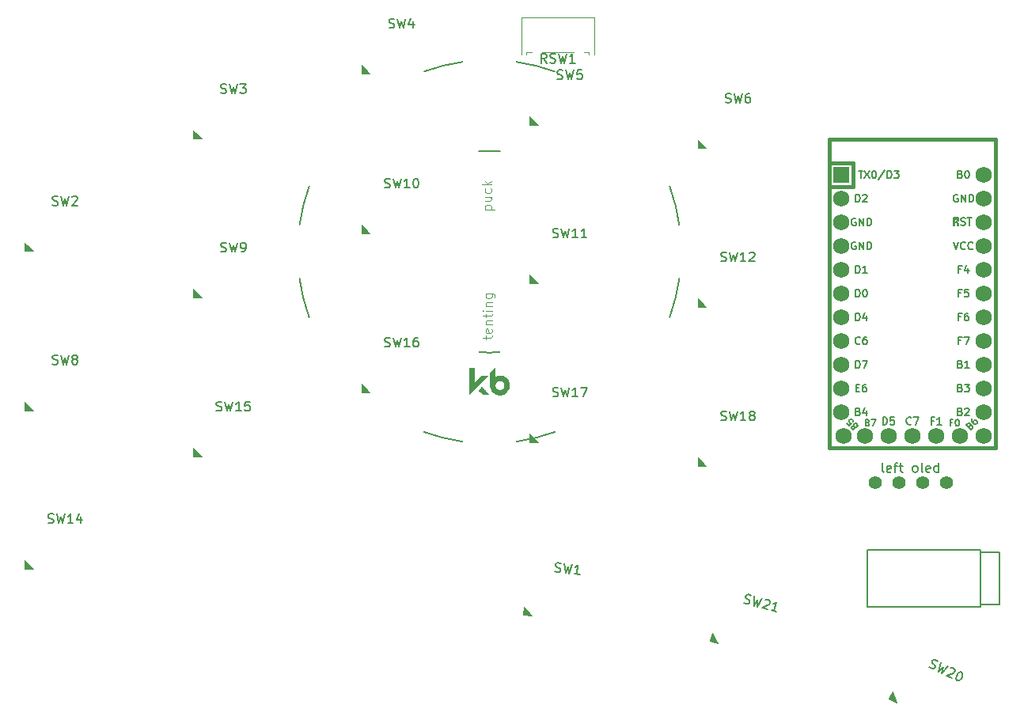
<source format=gbr>
%TF.GenerationSoftware,KiCad,Pcbnew,(6.0.0)*%
%TF.CreationDate,2022-04-18T13:44:49-07:00*%
%TF.ProjectId,half-swept,68616c66-2d73-4776-9570-742e6b696361,rev?*%
%TF.SameCoordinates,Original*%
%TF.FileFunction,Legend,Top*%
%TF.FilePolarity,Positive*%
%FSLAX46Y46*%
G04 Gerber Fmt 4.6, Leading zero omitted, Abs format (unit mm)*
G04 Created by KiCad (PCBNEW (6.0.0)) date 2022-04-18 13:44:49*
%MOMM*%
%LPD*%
G01*
G04 APERTURE LIST*
%ADD10C,0.150000*%
%ADD11C,0.100000*%
%ADD12C,0.120000*%
%ADD13C,0.200000*%
%ADD14C,0.010000*%
%ADD15C,0.381000*%
%ADD16R,1.752600X1.752600*%
%ADD17C,1.752600*%
%ADD18C,1.397000*%
G04 APERTURE END LIST*
D10*
%TO.C,SW21*%
X95174510Y-75650514D02*
X95300174Y-75733485D01*
X95530157Y-75795108D01*
X95634474Y-75773761D01*
X95692795Y-75740090D01*
X95763441Y-75660421D01*
X95788091Y-75568429D01*
X95766744Y-75464111D01*
X95733072Y-75405790D01*
X95653404Y-75335144D01*
X95481743Y-75239848D01*
X95402074Y-75169203D01*
X95368403Y-75110881D01*
X95347056Y-75006564D01*
X95371705Y-74914571D01*
X95442351Y-74834903D01*
X95500672Y-74801231D01*
X95604990Y-74779884D01*
X95834972Y-74841507D01*
X95960637Y-74924478D01*
X96294937Y-74964755D02*
X96266100Y-75992304D01*
X96634957Y-75351656D01*
X96634072Y-76090902D01*
X97122873Y-75186599D01*
X97420199Y-75364865D02*
X97478520Y-75331194D01*
X97582838Y-75309847D01*
X97812820Y-75371470D01*
X97892489Y-75442116D01*
X97926160Y-75500437D01*
X97947507Y-75604755D01*
X97922858Y-75696748D01*
X97839887Y-75822413D01*
X97140033Y-76226474D01*
X97737987Y-76386695D01*
X98657916Y-76633189D02*
X98105959Y-76485293D01*
X98381938Y-76559241D02*
X98640757Y-75593315D01*
X98511790Y-75706655D01*
X98395147Y-75773999D01*
X98290830Y-75795346D01*
%TO.C,SW20*%
X115002425Y-82553120D02*
X115111773Y-82656651D01*
X115327561Y-82757275D01*
X115434000Y-82754366D01*
X115497283Y-82731334D01*
X115580689Y-82665143D01*
X115620939Y-82578828D01*
X115618031Y-82472388D01*
X115594998Y-82409106D01*
X115528807Y-82325699D01*
X115376302Y-82202043D01*
X115310112Y-82118636D01*
X115287079Y-82055354D01*
X115284171Y-81948914D01*
X115324420Y-81862599D01*
X115407827Y-81796409D01*
X115471109Y-81773376D01*
X115577549Y-81770468D01*
X115793336Y-81871091D01*
X115902684Y-81974623D01*
X116224912Y-82072338D02*
X116018081Y-83079269D01*
X116492581Y-82512405D01*
X116363341Y-83240267D01*
X117001747Y-82434582D01*
X117263600Y-82661770D02*
X117326882Y-82638737D01*
X117433322Y-82635829D01*
X117649110Y-82736453D01*
X117715300Y-82819859D01*
X117738333Y-82883142D01*
X117741241Y-82989581D01*
X117700991Y-83075896D01*
X117597460Y-83185244D01*
X116838074Y-83461638D01*
X117399121Y-83723259D01*
X118382787Y-83078572D02*
X118469102Y-83118822D01*
X118535293Y-83202228D01*
X118558325Y-83265511D01*
X118561234Y-83371950D01*
X118523892Y-83564705D01*
X118423269Y-83780493D01*
X118299613Y-83932998D01*
X118216206Y-83999188D01*
X118152924Y-84022221D01*
X118046484Y-84025129D01*
X117960169Y-83984880D01*
X117893979Y-83901473D01*
X117870946Y-83838191D01*
X117868038Y-83731751D01*
X117905379Y-83538996D01*
X118006002Y-83323209D01*
X118129658Y-83170703D01*
X118213065Y-83104513D01*
X118276348Y-83081480D01*
X118382787Y-83078572D01*
%TO.C,SW18*%
X92701059Y-56125135D02*
X92843916Y-56172754D01*
X93082011Y-56172754D01*
X93177249Y-56125135D01*
X93224868Y-56077516D01*
X93272487Y-55982278D01*
X93272487Y-55887040D01*
X93224868Y-55791802D01*
X93177249Y-55744183D01*
X93082011Y-55696564D01*
X92891535Y-55648945D01*
X92796297Y-55601326D01*
X92748678Y-55553707D01*
X92701059Y-55458469D01*
X92701059Y-55363231D01*
X92748678Y-55267993D01*
X92796297Y-55220374D01*
X92891535Y-55172754D01*
X93129630Y-55172754D01*
X93272487Y-55220374D01*
X93605821Y-55172754D02*
X93843916Y-56172754D01*
X94034392Y-55458469D01*
X94224868Y-56172754D01*
X94462963Y-55172754D01*
X95367725Y-56172754D02*
X94796297Y-56172754D01*
X95082011Y-56172754D02*
X95082011Y-55172754D01*
X94986773Y-55315612D01*
X94891535Y-55410850D01*
X94796297Y-55458469D01*
X95939154Y-55601326D02*
X95843916Y-55553707D01*
X95796297Y-55506088D01*
X95748678Y-55410850D01*
X95748678Y-55363231D01*
X95796297Y-55267993D01*
X95843916Y-55220374D01*
X95939154Y-55172754D01*
X96129630Y-55172754D01*
X96224868Y-55220374D01*
X96272487Y-55267993D01*
X96320106Y-55363231D01*
X96320106Y-55410850D01*
X96272487Y-55506088D01*
X96224868Y-55553707D01*
X96129630Y-55601326D01*
X95939154Y-55601326D01*
X95843916Y-55648945D01*
X95796297Y-55696564D01*
X95748678Y-55791802D01*
X95748678Y-55982278D01*
X95796297Y-56077516D01*
X95843916Y-56125135D01*
X95939154Y-56172754D01*
X96129630Y-56172754D01*
X96224868Y-56125135D01*
X96272487Y-56077516D01*
X96320106Y-55982278D01*
X96320106Y-55791802D01*
X96272487Y-55696564D01*
X96224868Y-55648945D01*
X96129630Y-55601326D01*
%TO.C,SW17*%
X74721058Y-53585136D02*
X74863915Y-53632755D01*
X75102010Y-53632755D01*
X75197248Y-53585136D01*
X75244867Y-53537517D01*
X75292486Y-53442279D01*
X75292486Y-53347041D01*
X75244867Y-53251803D01*
X75197248Y-53204184D01*
X75102010Y-53156565D01*
X74911534Y-53108946D01*
X74816296Y-53061327D01*
X74768677Y-53013708D01*
X74721058Y-52918470D01*
X74721058Y-52823232D01*
X74768677Y-52727994D01*
X74816296Y-52680375D01*
X74911534Y-52632755D01*
X75149629Y-52632755D01*
X75292486Y-52680375D01*
X75625820Y-52632755D02*
X75863915Y-53632755D01*
X76054391Y-52918470D01*
X76244867Y-53632755D01*
X76482962Y-52632755D01*
X77387724Y-53632755D02*
X76816296Y-53632755D01*
X77102010Y-53632755D02*
X77102010Y-52632755D01*
X77006772Y-52775613D01*
X76911534Y-52870851D01*
X76816296Y-52918470D01*
X77721058Y-52632755D02*
X78387724Y-52632755D01*
X77959153Y-53632755D01*
%TO.C,SW16*%
X56721057Y-48251135D02*
X56863914Y-48298754D01*
X57102009Y-48298754D01*
X57197247Y-48251135D01*
X57244866Y-48203516D01*
X57292485Y-48108278D01*
X57292485Y-48013040D01*
X57244866Y-47917802D01*
X57197247Y-47870183D01*
X57102009Y-47822564D01*
X56911533Y-47774945D01*
X56816295Y-47727326D01*
X56768676Y-47679707D01*
X56721057Y-47584469D01*
X56721057Y-47489231D01*
X56768676Y-47393993D01*
X56816295Y-47346374D01*
X56911533Y-47298754D01*
X57149628Y-47298754D01*
X57292485Y-47346374D01*
X57625819Y-47298754D02*
X57863914Y-48298754D01*
X58054390Y-47584469D01*
X58244866Y-48298754D01*
X58482961Y-47298754D01*
X59387723Y-48298754D02*
X58816295Y-48298754D01*
X59102009Y-48298754D02*
X59102009Y-47298754D01*
X59006771Y-47441612D01*
X58911533Y-47536850D01*
X58816295Y-47584469D01*
X60244866Y-47298754D02*
X60054390Y-47298754D01*
X59959152Y-47346374D01*
X59911533Y-47393993D01*
X59816295Y-47536850D01*
X59768676Y-47727326D01*
X59768676Y-48108278D01*
X59816295Y-48203516D01*
X59863914Y-48251135D01*
X59959152Y-48298754D01*
X60149628Y-48298754D01*
X60244866Y-48251135D01*
X60292485Y-48203516D01*
X60340104Y-48108278D01*
X60340104Y-47870183D01*
X60292485Y-47774945D01*
X60244866Y-47727326D01*
X60149628Y-47679707D01*
X59959152Y-47679707D01*
X59863914Y-47727326D01*
X59816295Y-47774945D01*
X59768676Y-47870183D01*
%TO.C,SW15*%
X38721060Y-55109135D02*
X38863917Y-55156754D01*
X39102012Y-55156754D01*
X39197250Y-55109135D01*
X39244869Y-55061516D01*
X39292488Y-54966278D01*
X39292488Y-54871040D01*
X39244869Y-54775802D01*
X39197250Y-54728183D01*
X39102012Y-54680564D01*
X38911536Y-54632945D01*
X38816298Y-54585326D01*
X38768679Y-54537707D01*
X38721060Y-54442469D01*
X38721060Y-54347231D01*
X38768679Y-54251993D01*
X38816298Y-54204374D01*
X38911536Y-54156754D01*
X39149631Y-54156754D01*
X39292488Y-54204374D01*
X39625822Y-54156754D02*
X39863917Y-55156754D01*
X40054393Y-54442469D01*
X40244869Y-55156754D01*
X40482964Y-54156754D01*
X41387726Y-55156754D02*
X40816298Y-55156754D01*
X41102012Y-55156754D02*
X41102012Y-54156754D01*
X41006774Y-54299612D01*
X40911536Y-54394850D01*
X40816298Y-54442469D01*
X42292488Y-54156754D02*
X41816298Y-54156754D01*
X41768679Y-54632945D01*
X41816298Y-54585326D01*
X41911536Y-54537707D01*
X42149631Y-54537707D01*
X42244869Y-54585326D01*
X42292488Y-54632945D01*
X42340107Y-54728183D01*
X42340107Y-54966278D01*
X42292488Y-55061516D01*
X42244869Y-55109135D01*
X42149631Y-55156754D01*
X41911536Y-55156754D01*
X41816298Y-55109135D01*
X41768679Y-55061516D01*
%TO.C,SW14*%
X20721059Y-67117135D02*
X20863916Y-67164754D01*
X21102011Y-67164754D01*
X21197249Y-67117135D01*
X21244868Y-67069516D01*
X21292487Y-66974278D01*
X21292487Y-66879040D01*
X21244868Y-66783802D01*
X21197249Y-66736183D01*
X21102011Y-66688564D01*
X20911535Y-66640945D01*
X20816297Y-66593326D01*
X20768678Y-66545707D01*
X20721059Y-66450469D01*
X20721059Y-66355231D01*
X20768678Y-66259993D01*
X20816297Y-66212374D01*
X20911535Y-66164754D01*
X21149630Y-66164754D01*
X21292487Y-66212374D01*
X21625821Y-66164754D02*
X21863916Y-67164754D01*
X22054392Y-66450469D01*
X22244868Y-67164754D01*
X22482963Y-66164754D01*
X23387725Y-67164754D02*
X22816297Y-67164754D01*
X23102011Y-67164754D02*
X23102011Y-66164754D01*
X23006773Y-66307612D01*
X22911535Y-66402850D01*
X22816297Y-66450469D01*
X24244868Y-66498088D02*
X24244868Y-67164754D01*
X24006773Y-66117135D02*
X23768678Y-66831421D01*
X24387725Y-66831421D01*
%TO.C,SW12*%
X92701058Y-39107136D02*
X92843915Y-39154755D01*
X93082010Y-39154755D01*
X93177248Y-39107136D01*
X93224867Y-39059517D01*
X93272486Y-38964279D01*
X93272486Y-38869041D01*
X93224867Y-38773803D01*
X93177248Y-38726184D01*
X93082010Y-38678565D01*
X92891534Y-38630946D01*
X92796296Y-38583327D01*
X92748677Y-38535708D01*
X92701058Y-38440470D01*
X92701058Y-38345232D01*
X92748677Y-38249994D01*
X92796296Y-38202375D01*
X92891534Y-38154755D01*
X93129629Y-38154755D01*
X93272486Y-38202375D01*
X93605820Y-38154755D02*
X93843915Y-39154755D01*
X94034391Y-38440470D01*
X94224867Y-39154755D01*
X94462962Y-38154755D01*
X95367724Y-39154755D02*
X94796296Y-39154755D01*
X95082010Y-39154755D02*
X95082010Y-38154755D01*
X94986772Y-38297613D01*
X94891534Y-38392851D01*
X94796296Y-38440470D01*
X95748677Y-38249994D02*
X95796296Y-38202375D01*
X95891534Y-38154755D01*
X96129629Y-38154755D01*
X96224867Y-38202375D01*
X96272486Y-38249994D01*
X96320105Y-38345232D01*
X96320105Y-38440470D01*
X96272486Y-38583327D01*
X95701058Y-39154755D01*
X96320105Y-39154755D01*
%TO.C,SW11*%
X74721059Y-36567137D02*
X74863916Y-36614756D01*
X75102011Y-36614756D01*
X75197249Y-36567137D01*
X75244868Y-36519518D01*
X75292487Y-36424280D01*
X75292487Y-36329042D01*
X75244868Y-36233804D01*
X75197249Y-36186185D01*
X75102011Y-36138566D01*
X74911535Y-36090947D01*
X74816297Y-36043328D01*
X74768678Y-35995709D01*
X74721059Y-35900471D01*
X74721059Y-35805233D01*
X74768678Y-35709995D01*
X74816297Y-35662376D01*
X74911535Y-35614756D01*
X75149630Y-35614756D01*
X75292487Y-35662376D01*
X75625821Y-35614756D02*
X75863916Y-36614756D01*
X76054392Y-35900471D01*
X76244868Y-36614756D01*
X76482963Y-35614756D01*
X77387725Y-36614756D02*
X76816297Y-36614756D01*
X77102011Y-36614756D02*
X77102011Y-35614756D01*
X77006773Y-35757614D01*
X76911535Y-35852852D01*
X76816297Y-35900471D01*
X78340106Y-36614756D02*
X77768678Y-36614756D01*
X78054392Y-36614756D02*
X78054392Y-35614756D01*
X77959154Y-35757614D01*
X77863916Y-35852852D01*
X77768678Y-35900471D01*
%TO.C,SW10*%
X56721059Y-31233134D02*
X56863916Y-31280753D01*
X57102011Y-31280753D01*
X57197249Y-31233134D01*
X57244868Y-31185515D01*
X57292487Y-31090277D01*
X57292487Y-30995039D01*
X57244868Y-30899801D01*
X57197249Y-30852182D01*
X57102011Y-30804563D01*
X56911535Y-30756944D01*
X56816297Y-30709325D01*
X56768678Y-30661706D01*
X56721059Y-30566468D01*
X56721059Y-30471230D01*
X56768678Y-30375992D01*
X56816297Y-30328373D01*
X56911535Y-30280753D01*
X57149630Y-30280753D01*
X57292487Y-30328373D01*
X57625821Y-30280753D02*
X57863916Y-31280753D01*
X58054392Y-30566468D01*
X58244868Y-31280753D01*
X58482963Y-30280753D01*
X59387725Y-31280753D02*
X58816297Y-31280753D01*
X59102011Y-31280753D02*
X59102011Y-30280753D01*
X59006773Y-30423611D01*
X58911535Y-30518849D01*
X58816297Y-30566468D01*
X60006773Y-30280753D02*
X60102011Y-30280753D01*
X60197249Y-30328373D01*
X60244868Y-30375992D01*
X60292487Y-30471230D01*
X60340106Y-30661706D01*
X60340106Y-30899801D01*
X60292487Y-31090277D01*
X60244868Y-31185515D01*
X60197249Y-31233134D01*
X60102011Y-31280753D01*
X60006773Y-31280753D01*
X59911535Y-31233134D01*
X59863916Y-31185515D01*
X59816297Y-31090277D01*
X59768678Y-30899801D01*
X59768678Y-30661706D01*
X59816297Y-30471230D01*
X59863916Y-30375992D01*
X59911535Y-30328373D01*
X60006773Y-30280753D01*
%TO.C,SW9*%
X39197250Y-38091135D02*
X39340107Y-38138754D01*
X39578203Y-38138754D01*
X39673441Y-38091135D01*
X39721060Y-38043516D01*
X39768679Y-37948278D01*
X39768679Y-37853040D01*
X39721060Y-37757802D01*
X39673441Y-37710183D01*
X39578203Y-37662564D01*
X39387726Y-37614945D01*
X39292488Y-37567326D01*
X39244869Y-37519707D01*
X39197250Y-37424469D01*
X39197250Y-37329231D01*
X39244869Y-37233993D01*
X39292488Y-37186374D01*
X39387726Y-37138754D01*
X39625822Y-37138754D01*
X39768679Y-37186374D01*
X40102012Y-37138754D02*
X40340107Y-38138754D01*
X40530584Y-37424469D01*
X40721060Y-38138754D01*
X40959155Y-37138754D01*
X41387726Y-38138754D02*
X41578203Y-38138754D01*
X41673441Y-38091135D01*
X41721060Y-38043516D01*
X41816298Y-37900659D01*
X41863917Y-37710183D01*
X41863917Y-37329231D01*
X41816298Y-37233993D01*
X41768679Y-37186374D01*
X41673441Y-37138754D01*
X41482964Y-37138754D01*
X41387726Y-37186374D01*
X41340107Y-37233993D01*
X41292488Y-37329231D01*
X41292488Y-37567326D01*
X41340107Y-37662564D01*
X41387726Y-37710183D01*
X41482964Y-37757802D01*
X41673441Y-37757802D01*
X41768679Y-37710183D01*
X41816298Y-37662564D01*
X41863917Y-37567326D01*
%TO.C,SW8*%
X21197248Y-50117135D02*
X21340105Y-50164754D01*
X21578201Y-50164754D01*
X21673439Y-50117135D01*
X21721058Y-50069516D01*
X21768677Y-49974278D01*
X21768677Y-49879040D01*
X21721058Y-49783802D01*
X21673439Y-49736183D01*
X21578201Y-49688564D01*
X21387724Y-49640945D01*
X21292486Y-49593326D01*
X21244867Y-49545707D01*
X21197248Y-49450469D01*
X21197248Y-49355231D01*
X21244867Y-49259993D01*
X21292486Y-49212374D01*
X21387724Y-49164754D01*
X21625820Y-49164754D01*
X21768677Y-49212374D01*
X22102010Y-49164754D02*
X22340105Y-50164754D01*
X22530582Y-49450469D01*
X22721058Y-50164754D01*
X22959153Y-49164754D01*
X23482962Y-49593326D02*
X23387724Y-49545707D01*
X23340105Y-49498088D01*
X23292486Y-49402850D01*
X23292486Y-49355231D01*
X23340105Y-49259993D01*
X23387724Y-49212374D01*
X23482962Y-49164754D01*
X23673439Y-49164754D01*
X23768677Y-49212374D01*
X23816296Y-49259993D01*
X23863915Y-49355231D01*
X23863915Y-49402850D01*
X23816296Y-49498088D01*
X23768677Y-49545707D01*
X23673439Y-49593326D01*
X23482962Y-49593326D01*
X23387724Y-49640945D01*
X23340105Y-49688564D01*
X23292486Y-49783802D01*
X23292486Y-49974278D01*
X23340105Y-50069516D01*
X23387724Y-50117135D01*
X23482962Y-50164754D01*
X23673439Y-50164754D01*
X23768677Y-50117135D01*
X23816296Y-50069516D01*
X23863915Y-49974278D01*
X23863915Y-49783802D01*
X23816296Y-49688564D01*
X23768677Y-49640945D01*
X23673439Y-49593326D01*
%TO.C,SW6*%
X93197247Y-22117136D02*
X93340104Y-22164755D01*
X93578200Y-22164755D01*
X93673438Y-22117136D01*
X93721057Y-22069517D01*
X93768676Y-21974279D01*
X93768676Y-21879041D01*
X93721057Y-21783803D01*
X93673438Y-21736184D01*
X93578200Y-21688565D01*
X93387723Y-21640946D01*
X93292485Y-21593327D01*
X93244866Y-21545708D01*
X93197247Y-21450470D01*
X93197247Y-21355232D01*
X93244866Y-21259994D01*
X93292485Y-21212375D01*
X93387723Y-21164755D01*
X93625819Y-21164755D01*
X93768676Y-21212375D01*
X94102009Y-21164755D02*
X94340104Y-22164755D01*
X94530581Y-21450470D01*
X94721057Y-22164755D01*
X94959152Y-21164755D01*
X95768676Y-21164755D02*
X95578200Y-21164755D01*
X95482961Y-21212375D01*
X95435342Y-21259994D01*
X95340104Y-21402851D01*
X95292485Y-21593327D01*
X95292485Y-21974279D01*
X95340104Y-22069517D01*
X95387723Y-22117136D01*
X95482961Y-22164755D01*
X95673438Y-22164755D01*
X95768676Y-22117136D01*
X95816295Y-22069517D01*
X95863914Y-21974279D01*
X95863914Y-21736184D01*
X95816295Y-21640946D01*
X95768676Y-21593327D01*
X95673438Y-21545708D01*
X95482961Y-21545708D01*
X95387723Y-21593327D01*
X95340104Y-21640946D01*
X95292485Y-21736184D01*
%TO.C,SW5*%
X75197249Y-19617134D02*
X75340106Y-19664753D01*
X75578202Y-19664753D01*
X75673440Y-19617134D01*
X75721059Y-19569515D01*
X75768678Y-19474277D01*
X75768678Y-19379039D01*
X75721059Y-19283801D01*
X75673440Y-19236182D01*
X75578202Y-19188563D01*
X75387725Y-19140944D01*
X75292487Y-19093325D01*
X75244868Y-19045706D01*
X75197249Y-18950468D01*
X75197249Y-18855230D01*
X75244868Y-18759992D01*
X75292487Y-18712373D01*
X75387725Y-18664753D01*
X75625821Y-18664753D01*
X75768678Y-18712373D01*
X76102011Y-18664753D02*
X76340106Y-19664753D01*
X76530583Y-18950468D01*
X76721059Y-19664753D01*
X76959154Y-18664753D01*
X77816297Y-18664753D02*
X77340106Y-18664753D01*
X77292487Y-19140944D01*
X77340106Y-19093325D01*
X77435344Y-19045706D01*
X77673440Y-19045706D01*
X77768678Y-19093325D01*
X77816297Y-19140944D01*
X77863916Y-19236182D01*
X77863916Y-19474277D01*
X77816297Y-19569515D01*
X77768678Y-19617134D01*
X77673440Y-19664753D01*
X77435344Y-19664753D01*
X77340106Y-19617134D01*
X77292487Y-19569515D01*
%TO.C,SW4*%
X57197249Y-14117135D02*
X57340106Y-14164754D01*
X57578202Y-14164754D01*
X57673440Y-14117135D01*
X57721059Y-14069516D01*
X57768678Y-13974278D01*
X57768678Y-13879040D01*
X57721059Y-13783802D01*
X57673440Y-13736183D01*
X57578202Y-13688564D01*
X57387725Y-13640945D01*
X57292487Y-13593326D01*
X57244868Y-13545707D01*
X57197249Y-13450469D01*
X57197249Y-13355231D01*
X57244868Y-13259993D01*
X57292487Y-13212374D01*
X57387725Y-13164754D01*
X57625821Y-13164754D01*
X57768678Y-13212374D01*
X58102011Y-13164754D02*
X58340106Y-14164754D01*
X58530583Y-13450469D01*
X58721059Y-14164754D01*
X58959154Y-13164754D01*
X59768678Y-13498088D02*
X59768678Y-14164754D01*
X59530583Y-13117135D02*
X59292487Y-13831421D01*
X59911535Y-13831421D01*
%TO.C,SW3*%
X39197249Y-21117135D02*
X39340106Y-21164754D01*
X39578202Y-21164754D01*
X39673440Y-21117135D01*
X39721059Y-21069516D01*
X39768678Y-20974278D01*
X39768678Y-20879040D01*
X39721059Y-20783802D01*
X39673440Y-20736183D01*
X39578202Y-20688564D01*
X39387725Y-20640945D01*
X39292487Y-20593326D01*
X39244868Y-20545707D01*
X39197249Y-20450469D01*
X39197249Y-20355231D01*
X39244868Y-20259993D01*
X39292487Y-20212374D01*
X39387725Y-20164754D01*
X39625821Y-20164754D01*
X39768678Y-20212374D01*
X40102011Y-20164754D02*
X40340106Y-21164754D01*
X40530583Y-20450469D01*
X40721059Y-21164754D01*
X40959154Y-20164754D01*
X41244868Y-20164754D02*
X41863916Y-20164754D01*
X41530583Y-20545707D01*
X41673440Y-20545707D01*
X41768678Y-20593326D01*
X41816297Y-20640945D01*
X41863916Y-20736183D01*
X41863916Y-20974278D01*
X41816297Y-21069516D01*
X41768678Y-21117135D01*
X41673440Y-21164754D01*
X41387725Y-21164754D01*
X41292487Y-21117135D01*
X41244868Y-21069516D01*
%TO.C,SW2*%
X21197248Y-33117135D02*
X21340105Y-33164754D01*
X21578201Y-33164754D01*
X21673439Y-33117135D01*
X21721058Y-33069516D01*
X21768677Y-32974278D01*
X21768677Y-32879040D01*
X21721058Y-32783802D01*
X21673439Y-32736183D01*
X21578201Y-32688564D01*
X21387724Y-32640945D01*
X21292486Y-32593326D01*
X21244867Y-32545707D01*
X21197248Y-32450469D01*
X21197248Y-32355231D01*
X21244867Y-32259993D01*
X21292486Y-32212374D01*
X21387724Y-32164754D01*
X21625820Y-32164754D01*
X21768677Y-32212374D01*
X22102010Y-32164754D02*
X22340105Y-33164754D01*
X22530582Y-32450469D01*
X22721058Y-33164754D01*
X22959153Y-32164754D01*
X23292486Y-32259993D02*
X23340105Y-32212374D01*
X23435343Y-32164754D01*
X23673439Y-32164754D01*
X23768677Y-32212374D01*
X23816296Y-32259993D01*
X23863915Y-32355231D01*
X23863915Y-32450469D01*
X23816296Y-32593326D01*
X23244867Y-33164754D01*
X23863915Y-33164754D01*
%TO.C,SW1*%
X74957489Y-72340446D02*
X75095652Y-72400334D01*
X75332841Y-72421086D01*
X75431867Y-72381948D01*
X75483455Y-72338661D01*
X75539194Y-72247935D01*
X75547494Y-72153060D01*
X75508357Y-72054034D01*
X75465069Y-72002445D01*
X75374344Y-71946707D01*
X75188743Y-71882668D01*
X75098017Y-71826930D01*
X75054730Y-71775342D01*
X75015592Y-71676316D01*
X75023893Y-71581440D01*
X75079631Y-71490715D01*
X75131219Y-71447427D01*
X75230245Y-71408290D01*
X75467435Y-71429041D01*
X75605598Y-71488930D01*
X75941813Y-71470544D02*
X76091847Y-72487490D01*
X76343852Y-71792523D01*
X76471349Y-72520692D01*
X76795694Y-71545249D01*
X77609857Y-72620299D02*
X77040603Y-72570495D01*
X77325230Y-72595397D02*
X77412386Y-71599202D01*
X77305060Y-71733215D01*
X77201883Y-71819790D01*
X77102857Y-71858928D01*
%TO.C,RSW1*%
X74041297Y-17907254D02*
X73707963Y-17431064D01*
X73469868Y-17907254D02*
X73469868Y-16907254D01*
X73850821Y-16907254D01*
X73946059Y-16954874D01*
X73993678Y-17002493D01*
X74041297Y-17097731D01*
X74041297Y-17240588D01*
X73993678Y-17335826D01*
X73946059Y-17383445D01*
X73850821Y-17431064D01*
X73469868Y-17431064D01*
X74422249Y-17859635D02*
X74565106Y-17907254D01*
X74803202Y-17907254D01*
X74898440Y-17859635D01*
X74946059Y-17812016D01*
X74993678Y-17716778D01*
X74993678Y-17621540D01*
X74946059Y-17526302D01*
X74898440Y-17478683D01*
X74803202Y-17431064D01*
X74612725Y-17383445D01*
X74517487Y-17335826D01*
X74469868Y-17288207D01*
X74422249Y-17192969D01*
X74422249Y-17097731D01*
X74469868Y-17002493D01*
X74517487Y-16954874D01*
X74612725Y-16907254D01*
X74850821Y-16907254D01*
X74993678Y-16954874D01*
X75327011Y-16907254D02*
X75565106Y-17907254D01*
X75755583Y-17192969D01*
X75946059Y-17907254D01*
X76184154Y-16907254D01*
X77088916Y-17907254D02*
X76517487Y-17907254D01*
X76803202Y-17907254D02*
X76803202Y-16907254D01*
X76707963Y-17050112D01*
X76612725Y-17145350D01*
X76517487Y-17192969D01*
D11*
%TO.C,REF\u002A\u002A*%
X67525797Y-47470374D02*
X67525797Y-47089421D01*
X67192463Y-47327516D02*
X68049606Y-47327516D01*
X68144844Y-47279897D01*
X68192463Y-47184659D01*
X68192463Y-47089421D01*
X68144844Y-46375135D02*
X68192463Y-46470374D01*
X68192463Y-46660850D01*
X68144844Y-46756088D01*
X68049606Y-46803707D01*
X67668654Y-46803707D01*
X67573416Y-46756088D01*
X67525797Y-46660850D01*
X67525797Y-46470374D01*
X67573416Y-46375135D01*
X67668654Y-46327516D01*
X67763892Y-46327516D01*
X67859130Y-46803707D01*
X67525797Y-45898945D02*
X68192463Y-45898945D01*
X67621035Y-45898945D02*
X67573416Y-45851326D01*
X67525797Y-45756088D01*
X67525797Y-45613231D01*
X67573416Y-45517993D01*
X67668654Y-45470374D01*
X68192463Y-45470374D01*
X67525797Y-45137040D02*
X67525797Y-44756088D01*
X67192463Y-44994183D02*
X68049606Y-44994183D01*
X68144844Y-44946564D01*
X68192463Y-44851326D01*
X68192463Y-44756088D01*
X68192463Y-44422754D02*
X67525797Y-44422754D01*
X67192463Y-44422754D02*
X67240083Y-44470374D01*
X67287702Y-44422754D01*
X67240083Y-44375135D01*
X67192463Y-44422754D01*
X67287702Y-44422754D01*
X67525797Y-43946564D02*
X68192463Y-43946564D01*
X67621035Y-43946564D02*
X67573416Y-43898945D01*
X67525797Y-43803707D01*
X67525797Y-43660850D01*
X67573416Y-43565612D01*
X67668654Y-43517993D01*
X68192463Y-43517993D01*
X67525797Y-42613231D02*
X68335321Y-42613231D01*
X68430559Y-42660850D01*
X68478178Y-42708469D01*
X68525797Y-42803707D01*
X68525797Y-42946564D01*
X68478178Y-43041802D01*
X68144844Y-42613231D02*
X68192463Y-42708469D01*
X68192463Y-42898945D01*
X68144844Y-42994183D01*
X68097225Y-43041802D01*
X68001987Y-43089421D01*
X67716273Y-43089421D01*
X67621035Y-43041802D01*
X67573416Y-42994183D01*
X67525797Y-42898945D01*
X67525797Y-42708469D01*
X67573416Y-42613231D01*
X67462297Y-33579874D02*
X68462297Y-33579874D01*
X67509916Y-33579874D02*
X67462297Y-33484635D01*
X67462297Y-33294159D01*
X67509916Y-33198921D01*
X67557535Y-33151302D01*
X67652773Y-33103683D01*
X67938487Y-33103683D01*
X68033725Y-33151302D01*
X68081344Y-33198921D01*
X68128963Y-33294159D01*
X68128963Y-33484635D01*
X68081344Y-33579874D01*
X67462297Y-32246540D02*
X68128963Y-32246540D01*
X67462297Y-32675112D02*
X67986106Y-32675112D01*
X68081344Y-32627493D01*
X68128963Y-32532254D01*
X68128963Y-32389397D01*
X68081344Y-32294159D01*
X68033725Y-32246540D01*
X68081344Y-31341778D02*
X68128963Y-31437016D01*
X68128963Y-31627493D01*
X68081344Y-31722731D01*
X68033725Y-31770350D01*
X67938487Y-31817969D01*
X67652773Y-31817969D01*
X67557535Y-31770350D01*
X67509916Y-31722731D01*
X67462297Y-31627493D01*
X67462297Y-31437016D01*
X67509916Y-31341778D01*
X68128963Y-30913207D02*
X67128963Y-30913207D01*
X67748011Y-30817969D02*
X68128963Y-30532254D01*
X67462297Y-30532254D02*
X67843249Y-30913207D01*
D10*
%TO.C,U2*%
X107167200Y-52681982D02*
X107433866Y-52681982D01*
X107548152Y-53101029D02*
X107167200Y-53101029D01*
X107167200Y-52301029D01*
X107548152Y-52301029D01*
X108233866Y-52301029D02*
X108081485Y-52301029D01*
X108005295Y-52339125D01*
X107967200Y-52377220D01*
X107891009Y-52491505D01*
X107852914Y-52643886D01*
X107852914Y-52948648D01*
X107891009Y-53024839D01*
X107929104Y-53062934D01*
X108005295Y-53101029D01*
X108157676Y-53101029D01*
X108233866Y-53062934D01*
X108271961Y-53024839D01*
X108310057Y-52948648D01*
X108310057Y-52758172D01*
X108271961Y-52681982D01*
X108233866Y-52643886D01*
X108157676Y-52605791D01*
X108005295Y-52605791D01*
X107929104Y-52643886D01*
X107891009Y-52681982D01*
X107852914Y-52758172D01*
X117447247Y-56399125D02*
X117213914Y-56399125D01*
X117213914Y-56765791D02*
X117213914Y-56065791D01*
X117547247Y-56065791D01*
X117947247Y-56065791D02*
X118013914Y-56065791D01*
X118080581Y-56099125D01*
X118113914Y-56132458D01*
X118147247Y-56199125D01*
X118180581Y-56332458D01*
X118180581Y-56499125D01*
X118147247Y-56632458D01*
X118113914Y-56699125D01*
X118080581Y-56732458D01*
X118013914Y-56765791D01*
X117947247Y-56765791D01*
X117880581Y-56732458D01*
X117847247Y-56699125D01*
X117813914Y-56632458D01*
X117780581Y-56499125D01*
X117780581Y-56332458D01*
X117813914Y-56199125D01*
X117847247Y-56132458D01*
X117880581Y-56099125D01*
X117947247Y-56065791D01*
X107129104Y-45481029D02*
X107129104Y-44681029D01*
X107319581Y-44681029D01*
X107433866Y-44719125D01*
X107510057Y-44795315D01*
X107548152Y-44871505D01*
X107586247Y-45023886D01*
X107586247Y-45138172D01*
X107548152Y-45290553D01*
X107510057Y-45366744D01*
X107433866Y-45442934D01*
X107319581Y-45481029D01*
X107129104Y-45481029D01*
X108271961Y-44947696D02*
X108271961Y-45481029D01*
X108081485Y-44642934D02*
X107891009Y-45214363D01*
X108386247Y-45214363D01*
X107129104Y-50561029D02*
X107129104Y-49761029D01*
X107319581Y-49761029D01*
X107433866Y-49799125D01*
X107510057Y-49875315D01*
X107548152Y-49951505D01*
X107586247Y-50103886D01*
X107586247Y-50218172D01*
X107548152Y-50370553D01*
X107510057Y-50446744D01*
X107433866Y-50522934D01*
X107319581Y-50561029D01*
X107129104Y-50561029D01*
X107852914Y-49761029D02*
X108386247Y-49761029D01*
X108043390Y-50561029D01*
X107586247Y-47944839D02*
X107548152Y-47982934D01*
X107433866Y-48021029D01*
X107357676Y-48021029D01*
X107243390Y-47982934D01*
X107167200Y-47906744D01*
X107129104Y-47830553D01*
X107091009Y-47678172D01*
X107091009Y-47563886D01*
X107129104Y-47411505D01*
X107167200Y-47335315D01*
X107243390Y-47259125D01*
X107357676Y-47221029D01*
X107433866Y-47221029D01*
X107548152Y-47259125D01*
X107586247Y-47297220D01*
X108271961Y-47221029D02*
X108119581Y-47221029D01*
X108043390Y-47259125D01*
X108005295Y-47297220D01*
X107929104Y-47411505D01*
X107891009Y-47563886D01*
X107891009Y-47868648D01*
X107929104Y-47944839D01*
X107967200Y-47982934D01*
X108043390Y-48021029D01*
X108195771Y-48021029D01*
X108271961Y-47982934D01*
X108310057Y-47944839D01*
X108348152Y-47868648D01*
X108348152Y-47678172D01*
X108310057Y-47601982D01*
X108271961Y-47563886D01*
X108195771Y-47525791D01*
X108043390Y-47525791D01*
X107967200Y-47563886D01*
X107929104Y-47601982D01*
X107891009Y-47678172D01*
X118374914Y-39981982D02*
X118108247Y-39981982D01*
X118108247Y-40401029D02*
X118108247Y-39601029D01*
X118489200Y-39601029D01*
X119136819Y-39867696D02*
X119136819Y-40401029D01*
X118946342Y-39562934D02*
X118755866Y-40134363D01*
X119251104Y-40134363D01*
X107110057Y-34559125D02*
X107033866Y-34521029D01*
X106919581Y-34521029D01*
X106805295Y-34559125D01*
X106729104Y-34635315D01*
X106691009Y-34711505D01*
X106652914Y-34863886D01*
X106652914Y-34978172D01*
X106691009Y-35130553D01*
X106729104Y-35206744D01*
X106805295Y-35282934D01*
X106919581Y-35321029D01*
X106995771Y-35321029D01*
X107110057Y-35282934D01*
X107148152Y-35244839D01*
X107148152Y-34978172D01*
X106995771Y-34978172D01*
X107491009Y-35321029D02*
X107491009Y-34521029D01*
X107948152Y-35321029D01*
X107948152Y-34521029D01*
X108329104Y-35321029D02*
X108329104Y-34521029D01*
X108519581Y-34521029D01*
X108633866Y-34559125D01*
X108710057Y-34635315D01*
X108748152Y-34711505D01*
X108786247Y-34863886D01*
X108786247Y-34978172D01*
X108748152Y-35130553D01*
X108710057Y-35206744D01*
X108633866Y-35282934D01*
X108519581Y-35321029D01*
X108329104Y-35321029D01*
X108397247Y-56399125D02*
X108497247Y-56432458D01*
X108530581Y-56465791D01*
X108563914Y-56532458D01*
X108563914Y-56632458D01*
X108530581Y-56699125D01*
X108497247Y-56732458D01*
X108430581Y-56765791D01*
X108163914Y-56765791D01*
X108163914Y-56065791D01*
X108397247Y-56065791D01*
X108463914Y-56099125D01*
X108497247Y-56132458D01*
X108530581Y-56199125D01*
X108530581Y-56265791D01*
X108497247Y-56332458D01*
X108463914Y-56365791D01*
X108397247Y-56399125D01*
X108163914Y-56399125D01*
X108797247Y-56065791D02*
X109263914Y-56065791D01*
X108963914Y-56765791D01*
X118317771Y-55221982D02*
X118432057Y-55260077D01*
X118470152Y-55298172D01*
X118508247Y-55374363D01*
X118508247Y-55488648D01*
X118470152Y-55564839D01*
X118432057Y-55602934D01*
X118355866Y-55641029D01*
X118051104Y-55641029D01*
X118051104Y-54841029D01*
X118317771Y-54841029D01*
X118393961Y-54879125D01*
X118432057Y-54917220D01*
X118470152Y-54993410D01*
X118470152Y-55069601D01*
X118432057Y-55145791D01*
X118393961Y-55183886D01*
X118317771Y-55221982D01*
X118051104Y-55221982D01*
X118813009Y-54917220D02*
X118851104Y-54879125D01*
X118927295Y-54841029D01*
X119117771Y-54841029D01*
X119193961Y-54879125D01*
X119232057Y-54917220D01*
X119270152Y-54993410D01*
X119270152Y-55069601D01*
X119232057Y-55183886D01*
X118774914Y-55641029D01*
X119270152Y-55641029D01*
X115453914Y-56191982D02*
X115187247Y-56191982D01*
X115187247Y-56611029D02*
X115187247Y-55811029D01*
X115568200Y-55811029D01*
X116292009Y-56611029D02*
X115834866Y-56611029D01*
X116063438Y-56611029D02*
X116063438Y-55811029D01*
X115987247Y-55925315D01*
X115911057Y-56001505D01*
X115834866Y-56039601D01*
X118317771Y-52681982D02*
X118432057Y-52720077D01*
X118470152Y-52758172D01*
X118508247Y-52834363D01*
X118508247Y-52948648D01*
X118470152Y-53024839D01*
X118432057Y-53062934D01*
X118355866Y-53101029D01*
X118051104Y-53101029D01*
X118051104Y-52301029D01*
X118317771Y-52301029D01*
X118393961Y-52339125D01*
X118432057Y-52377220D01*
X118470152Y-52453410D01*
X118470152Y-52529601D01*
X118432057Y-52605791D01*
X118393961Y-52643886D01*
X118317771Y-52681982D01*
X118051104Y-52681982D01*
X118774914Y-52301029D02*
X119270152Y-52301029D01*
X119003485Y-52605791D01*
X119117771Y-52605791D01*
X119193961Y-52643886D01*
X119232057Y-52681982D01*
X119270152Y-52758172D01*
X119270152Y-52948648D01*
X119232057Y-53024839D01*
X119193961Y-53062934D01*
X119117771Y-53101029D01*
X118889200Y-53101029D01*
X118813009Y-53062934D01*
X118774914Y-53024839D01*
X107129104Y-42941029D02*
X107129104Y-42141029D01*
X107319581Y-42141029D01*
X107433866Y-42179125D01*
X107510057Y-42255315D01*
X107548152Y-42331505D01*
X107586247Y-42483886D01*
X107586247Y-42598172D01*
X107548152Y-42750553D01*
X107510057Y-42826744D01*
X107433866Y-42902934D01*
X107319581Y-42941029D01*
X107129104Y-42941029D01*
X108081485Y-42141029D02*
X108157676Y-42141029D01*
X108233866Y-42179125D01*
X108271961Y-42217220D01*
X108310057Y-42293410D01*
X108348152Y-42445791D01*
X108348152Y-42636267D01*
X108310057Y-42788648D01*
X108271961Y-42864839D01*
X108233866Y-42902934D01*
X108157676Y-42941029D01*
X108081485Y-42941029D01*
X108005295Y-42902934D01*
X107967200Y-42864839D01*
X107929104Y-42788648D01*
X107891009Y-42636267D01*
X107891009Y-42445791D01*
X107929104Y-42293410D01*
X107967200Y-42217220D01*
X108005295Y-42179125D01*
X108081485Y-42141029D01*
X110050104Y-56611029D02*
X110050104Y-55811029D01*
X110240581Y-55811029D01*
X110354866Y-55849125D01*
X110431057Y-55925315D01*
X110469152Y-56001505D01*
X110507247Y-56153886D01*
X110507247Y-56268172D01*
X110469152Y-56420553D01*
X110431057Y-56496744D01*
X110354866Y-56572934D01*
X110240581Y-56611029D01*
X110050104Y-56611029D01*
X111231057Y-55811029D02*
X110850104Y-55811029D01*
X110812009Y-56191982D01*
X110850104Y-56153886D01*
X110926295Y-56115791D01*
X111116771Y-56115791D01*
X111192961Y-56153886D01*
X111231057Y-56191982D01*
X111269152Y-56268172D01*
X111269152Y-56458648D01*
X111231057Y-56534839D01*
X111192961Y-56572934D01*
X111116771Y-56611029D01*
X110926295Y-56611029D01*
X110850104Y-56572934D01*
X110812009Y-56534839D01*
X106945572Y-56784827D02*
X106898432Y-56690546D01*
X106898432Y-56643405D01*
X106922002Y-56572695D01*
X106992713Y-56501984D01*
X107063423Y-56478414D01*
X107110564Y-56478414D01*
X107181274Y-56501984D01*
X107369836Y-56690546D01*
X106874861Y-57185521D01*
X106709870Y-57020529D01*
X106686300Y-56949818D01*
X106686300Y-56902678D01*
X106709870Y-56831967D01*
X106757010Y-56784827D01*
X106827721Y-56761257D01*
X106874861Y-56761257D01*
X106945572Y-56784827D01*
X107110564Y-56949818D01*
X106144184Y-56454844D02*
X106379887Y-56690546D01*
X106639159Y-56478414D01*
X106592019Y-56478414D01*
X106521308Y-56454844D01*
X106403457Y-56336992D01*
X106379887Y-56266282D01*
X106379887Y-56219141D01*
X106403457Y-56148431D01*
X106521308Y-56030580D01*
X106592019Y-56007009D01*
X106639159Y-56007009D01*
X106709870Y-56030580D01*
X106827721Y-56148431D01*
X106851291Y-56219141D01*
X106851291Y-56266282D01*
X107110057Y-37099125D02*
X107033866Y-37061029D01*
X106919581Y-37061029D01*
X106805295Y-37099125D01*
X106729104Y-37175315D01*
X106691009Y-37251505D01*
X106652914Y-37403886D01*
X106652914Y-37518172D01*
X106691009Y-37670553D01*
X106729104Y-37746744D01*
X106805295Y-37822934D01*
X106919581Y-37861029D01*
X106995771Y-37861029D01*
X107110057Y-37822934D01*
X107148152Y-37784839D01*
X107148152Y-37518172D01*
X106995771Y-37518172D01*
X107491009Y-37861029D02*
X107491009Y-37061029D01*
X107948152Y-37861029D01*
X107948152Y-37061029D01*
X108329104Y-37861029D02*
X108329104Y-37061029D01*
X108519581Y-37061029D01*
X108633866Y-37099125D01*
X108710057Y-37175315D01*
X108748152Y-37251505D01*
X108786247Y-37403886D01*
X108786247Y-37518172D01*
X108748152Y-37670553D01*
X108710057Y-37746744D01*
X108633866Y-37822934D01*
X108519581Y-37861029D01*
X108329104Y-37861029D01*
X118380367Y-35252934D02*
X118494653Y-35291029D01*
X118685129Y-35291029D01*
X118761320Y-35252934D01*
X118799415Y-35214839D01*
X118837510Y-35138648D01*
X118837510Y-35062458D01*
X118799415Y-34986267D01*
X118761320Y-34948172D01*
X118685129Y-34910077D01*
X118532748Y-34871982D01*
X118456558Y-34833886D01*
X118418462Y-34795791D01*
X118380367Y-34719601D01*
X118380367Y-34643410D01*
X118418462Y-34567220D01*
X118456558Y-34529125D01*
X118532748Y-34491029D01*
X118723224Y-34491029D01*
X118837510Y-34529125D01*
X119066081Y-34491029D02*
X119523224Y-34491029D01*
X119294653Y-35291029D02*
X119294653Y-34491029D01*
X113047247Y-56534839D02*
X113009152Y-56572934D01*
X112894866Y-56611029D01*
X112818676Y-56611029D01*
X112704390Y-56572934D01*
X112628200Y-56496744D01*
X112590104Y-56420553D01*
X112552009Y-56268172D01*
X112552009Y-56153886D01*
X112590104Y-56001505D01*
X112628200Y-55925315D01*
X112704390Y-55849125D01*
X112818676Y-55811029D01*
X112894866Y-55811029D01*
X113009152Y-55849125D01*
X113047247Y-55887220D01*
X113313914Y-55811029D02*
X113847247Y-55811029D01*
X113504390Y-56611029D01*
X119344878Y-56714116D02*
X119439159Y-56666976D01*
X119486300Y-56666976D01*
X119557010Y-56690546D01*
X119627721Y-56761257D01*
X119651291Y-56831967D01*
X119651291Y-56879108D01*
X119627721Y-56949818D01*
X119439159Y-57138380D01*
X118944184Y-56643405D01*
X119109176Y-56478414D01*
X119179887Y-56454844D01*
X119227027Y-56454844D01*
X119297738Y-56478414D01*
X119344878Y-56525554D01*
X119368448Y-56596265D01*
X119368448Y-56643405D01*
X119344878Y-56714116D01*
X119179887Y-56879108D01*
X119651291Y-55936299D02*
X119557010Y-56030580D01*
X119533440Y-56101290D01*
X119533440Y-56148431D01*
X119557010Y-56266282D01*
X119627721Y-56384133D01*
X119816283Y-56572695D01*
X119886993Y-56596265D01*
X119934134Y-56596265D01*
X120004845Y-56572695D01*
X120099125Y-56478414D01*
X120122696Y-56407703D01*
X120122696Y-56360563D01*
X120099125Y-56289852D01*
X119981274Y-56172001D01*
X119910564Y-56148431D01*
X119863423Y-56148431D01*
X119792713Y-56172001D01*
X119698432Y-56266282D01*
X119674861Y-56336992D01*
X119674861Y-56384133D01*
X119698432Y-56454844D01*
X118374914Y-42521982D02*
X118108247Y-42521982D01*
X118108247Y-42941029D02*
X118108247Y-42141029D01*
X118489200Y-42141029D01*
X119174914Y-42141029D02*
X118793961Y-42141029D01*
X118755866Y-42521982D01*
X118793961Y-42483886D01*
X118870152Y-42445791D01*
X119060628Y-42445791D01*
X119136819Y-42483886D01*
X119174914Y-42521982D01*
X119213009Y-42598172D01*
X119213009Y-42788648D01*
X119174914Y-42864839D01*
X119136819Y-42902934D01*
X119060628Y-42941029D01*
X118870152Y-42941029D01*
X118793961Y-42902934D01*
X118755866Y-42864839D01*
X107418232Y-29441029D02*
X107875375Y-29441029D01*
X107646804Y-30241029D02*
X107646804Y-29441029D01*
X108065851Y-29441029D02*
X108599185Y-30241029D01*
X108599185Y-29441029D02*
X108065851Y-30241029D01*
X109056328Y-29441029D02*
X109132518Y-29441029D01*
X109208709Y-29479125D01*
X109246804Y-29517220D01*
X109284899Y-29593410D01*
X109322994Y-29745791D01*
X109322994Y-29936267D01*
X109284899Y-30088648D01*
X109246804Y-30164839D01*
X109208709Y-30202934D01*
X109132518Y-30241029D01*
X109056328Y-30241029D01*
X108980137Y-30202934D01*
X108942042Y-30164839D01*
X108903947Y-30088648D01*
X108865851Y-29936267D01*
X108865851Y-29745791D01*
X108903947Y-29593410D01*
X108942042Y-29517220D01*
X108980137Y-29479125D01*
X109056328Y-29441029D01*
X110237280Y-29402934D02*
X109551566Y-30431505D01*
X110503947Y-30241029D02*
X110503947Y-29441029D01*
X110694423Y-29441029D01*
X110808709Y-29479125D01*
X110884899Y-29555315D01*
X110922994Y-29631505D01*
X110961089Y-29783886D01*
X110961089Y-29898172D01*
X110922994Y-30050553D01*
X110884899Y-30126744D01*
X110808709Y-30202934D01*
X110694423Y-30241029D01*
X110503947Y-30241029D01*
X111227756Y-29441029D02*
X111722994Y-29441029D01*
X111456328Y-29745791D01*
X111570613Y-29745791D01*
X111646804Y-29783886D01*
X111684899Y-29821982D01*
X111722994Y-29898172D01*
X111722994Y-30088648D01*
X111684899Y-30164839D01*
X111646804Y-30202934D01*
X111570613Y-30241029D01*
X111342042Y-30241029D01*
X111265851Y-30202934D01*
X111227756Y-30164839D01*
X107129104Y-40401029D02*
X107129104Y-39601029D01*
X107319581Y-39601029D01*
X107433866Y-39639125D01*
X107510057Y-39715315D01*
X107548152Y-39791505D01*
X107586247Y-39943886D01*
X107586247Y-40058172D01*
X107548152Y-40210553D01*
X107510057Y-40286744D01*
X107433866Y-40362934D01*
X107319581Y-40401029D01*
X107129104Y-40401029D01*
X108348152Y-40401029D02*
X107891009Y-40401029D01*
X108119581Y-40401029D02*
X108119581Y-39601029D01*
X108043390Y-39715315D01*
X107967200Y-39791505D01*
X107891009Y-39829601D01*
X107129104Y-32781029D02*
X107129104Y-31981029D01*
X107319581Y-31981029D01*
X107433866Y-32019125D01*
X107510057Y-32095315D01*
X107548152Y-32171505D01*
X107586247Y-32323886D01*
X107586247Y-32438172D01*
X107548152Y-32590553D01*
X107510057Y-32666744D01*
X107433866Y-32742934D01*
X107319581Y-32781029D01*
X107129104Y-32781029D01*
X107891009Y-32057220D02*
X107929104Y-32019125D01*
X108005295Y-31981029D01*
X108195771Y-31981029D01*
X108271961Y-32019125D01*
X108310057Y-32057220D01*
X108348152Y-32133410D01*
X108348152Y-32209601D01*
X108310057Y-32323886D01*
X107852914Y-32781029D01*
X108348152Y-32781029D01*
X118317771Y-29821982D02*
X118432057Y-29860077D01*
X118470152Y-29898172D01*
X118508247Y-29974363D01*
X118508247Y-30088648D01*
X118470152Y-30164839D01*
X118432057Y-30202934D01*
X118355866Y-30241029D01*
X118051104Y-30241029D01*
X118051104Y-29441029D01*
X118317771Y-29441029D01*
X118393961Y-29479125D01*
X118432057Y-29517220D01*
X118470152Y-29593410D01*
X118470152Y-29669601D01*
X118432057Y-29745791D01*
X118393961Y-29783886D01*
X118317771Y-29821982D01*
X118051104Y-29821982D01*
X119003485Y-29441029D02*
X119079676Y-29441029D01*
X119155866Y-29479125D01*
X119193961Y-29517220D01*
X119232057Y-29593410D01*
X119270152Y-29745791D01*
X119270152Y-29936267D01*
X119232057Y-30088648D01*
X119193961Y-30164839D01*
X119155866Y-30202934D01*
X119079676Y-30241029D01*
X119003485Y-30241029D01*
X118927295Y-30202934D01*
X118889200Y-30164839D01*
X118851104Y-30088648D01*
X118813009Y-29936267D01*
X118813009Y-29745791D01*
X118851104Y-29593410D01*
X118889200Y-29517220D01*
X118927295Y-29479125D01*
X119003485Y-29441029D01*
X118374914Y-47601982D02*
X118108247Y-47601982D01*
X118108247Y-48021029D02*
X118108247Y-47221029D01*
X118489200Y-47221029D01*
X118717771Y-47221029D02*
X119251104Y-47221029D01*
X118908247Y-48021029D01*
X107395771Y-55221982D02*
X107510057Y-55260077D01*
X107548152Y-55298172D01*
X107586247Y-55374363D01*
X107586247Y-55488648D01*
X107548152Y-55564839D01*
X107510057Y-55602934D01*
X107433866Y-55641029D01*
X107129104Y-55641029D01*
X107129104Y-54841029D01*
X107395771Y-54841029D01*
X107471961Y-54879125D01*
X107510057Y-54917220D01*
X107548152Y-54993410D01*
X107548152Y-55069601D01*
X107510057Y-55145791D01*
X107471961Y-55183886D01*
X107395771Y-55221982D01*
X107129104Y-55221982D01*
X108271961Y-55107696D02*
X108271961Y-55641029D01*
X108081485Y-54802934D02*
X107891009Y-55374363D01*
X108386247Y-55374363D01*
X117574914Y-37061029D02*
X117841581Y-37861029D01*
X118108247Y-37061029D01*
X118832057Y-37784839D02*
X118793961Y-37822934D01*
X118679676Y-37861029D01*
X118603485Y-37861029D01*
X118489200Y-37822934D01*
X118413009Y-37746744D01*
X118374914Y-37670553D01*
X118336819Y-37518172D01*
X118336819Y-37403886D01*
X118374914Y-37251505D01*
X118413009Y-37175315D01*
X118489200Y-37099125D01*
X118603485Y-37061029D01*
X118679676Y-37061029D01*
X118793961Y-37099125D01*
X118832057Y-37137220D01*
X119632057Y-37784839D02*
X119593961Y-37822934D01*
X119479676Y-37861029D01*
X119403485Y-37861029D01*
X119289200Y-37822934D01*
X119213009Y-37746744D01*
X119174914Y-37670553D01*
X119136819Y-37518172D01*
X119136819Y-37403886D01*
X119174914Y-37251505D01*
X119213009Y-37175315D01*
X119289200Y-37099125D01*
X119403485Y-37061029D01*
X119479676Y-37061029D01*
X119593961Y-37099125D01*
X119632057Y-37137220D01*
X118317771Y-50141982D02*
X118432057Y-50180077D01*
X118470152Y-50218172D01*
X118508247Y-50294363D01*
X118508247Y-50408648D01*
X118470152Y-50484839D01*
X118432057Y-50522934D01*
X118355866Y-50561029D01*
X118051104Y-50561029D01*
X118051104Y-49761029D01*
X118317771Y-49761029D01*
X118393961Y-49799125D01*
X118432057Y-49837220D01*
X118470152Y-49913410D01*
X118470152Y-49989601D01*
X118432057Y-50065791D01*
X118393961Y-50103886D01*
X118317771Y-50141982D01*
X118051104Y-50141982D01*
X119270152Y-50561029D02*
X118813009Y-50561029D01*
X119041581Y-50561029D02*
X119041581Y-49761029D01*
X118965390Y-49875315D01*
X118889200Y-49951505D01*
X118813009Y-49989601D01*
X118374914Y-45061982D02*
X118108247Y-45061982D01*
X118108247Y-45481029D02*
X118108247Y-44681029D01*
X118489200Y-44681029D01*
X119136819Y-44681029D02*
X118984438Y-44681029D01*
X118908247Y-44719125D01*
X118870152Y-44757220D01*
X118793961Y-44871505D01*
X118755866Y-45023886D01*
X118755866Y-45328648D01*
X118793961Y-45404839D01*
X118832057Y-45442934D01*
X118908247Y-45481029D01*
X119060628Y-45481029D01*
X119136819Y-45442934D01*
X119174914Y-45404839D01*
X119213009Y-45328648D01*
X119213009Y-45138172D01*
X119174914Y-45061982D01*
X119136819Y-45023886D01*
X119060628Y-44985791D01*
X118908247Y-44985791D01*
X118832057Y-45023886D01*
X118793961Y-45061982D01*
X118755866Y-45138172D01*
X118032057Y-32019125D02*
X117955866Y-31981029D01*
X117841581Y-31981029D01*
X117727295Y-32019125D01*
X117651104Y-32095315D01*
X117613009Y-32171505D01*
X117574914Y-32323886D01*
X117574914Y-32438172D01*
X117613009Y-32590553D01*
X117651104Y-32666744D01*
X117727295Y-32742934D01*
X117841581Y-32781029D01*
X117917771Y-32781029D01*
X118032057Y-32742934D01*
X118070152Y-32704839D01*
X118070152Y-32438172D01*
X117917771Y-32438172D01*
X118413009Y-32781029D02*
X118413009Y-31981029D01*
X118870152Y-32781029D01*
X118870152Y-31981029D01*
X119251104Y-32781029D02*
X119251104Y-31981029D01*
X119441581Y-31981029D01*
X119555866Y-32019125D01*
X119632057Y-32095315D01*
X119670152Y-32171505D01*
X119708247Y-32323886D01*
X119708247Y-32438172D01*
X119670152Y-32590553D01*
X119632057Y-32666744D01*
X119555866Y-32742934D01*
X119441581Y-32781029D01*
X119251104Y-32781029D01*
%TO.C,OL1*%
X110123441Y-61694753D02*
X110028203Y-61647134D01*
X109980584Y-61551896D01*
X109980584Y-60694753D01*
X110885345Y-61647134D02*
X110790107Y-61694753D01*
X110599631Y-61694753D01*
X110504393Y-61647134D01*
X110456774Y-61551896D01*
X110456774Y-61170944D01*
X110504393Y-61075706D01*
X110599631Y-61028087D01*
X110790107Y-61028087D01*
X110885345Y-61075706D01*
X110932964Y-61170944D01*
X110932964Y-61266182D01*
X110456774Y-61361420D01*
X111218679Y-61028087D02*
X111599631Y-61028087D01*
X111361536Y-61694753D02*
X111361536Y-60837611D01*
X111409155Y-60742373D01*
X111504393Y-60694753D01*
X111599631Y-60694753D01*
X111790107Y-61028087D02*
X112171060Y-61028087D01*
X111932964Y-60694753D02*
X111932964Y-61551896D01*
X111980584Y-61647134D01*
X112075822Y-61694753D01*
X112171060Y-61694753D01*
X113409155Y-61694753D02*
X113313917Y-61647134D01*
X113266298Y-61599515D01*
X113218679Y-61504277D01*
X113218679Y-61218563D01*
X113266298Y-61123325D01*
X113313917Y-61075706D01*
X113409155Y-61028087D01*
X113552012Y-61028087D01*
X113647250Y-61075706D01*
X113694869Y-61123325D01*
X113742488Y-61218563D01*
X113742488Y-61504277D01*
X113694869Y-61599515D01*
X113647250Y-61647134D01*
X113552012Y-61694753D01*
X113409155Y-61694753D01*
X114313917Y-61694753D02*
X114218679Y-61647134D01*
X114171060Y-61551896D01*
X114171060Y-60694753D01*
X115075822Y-61647134D02*
X114980584Y-61694753D01*
X114790107Y-61694753D01*
X114694869Y-61647134D01*
X114647250Y-61551896D01*
X114647250Y-61170944D01*
X114694869Y-61075706D01*
X114790107Y-61028087D01*
X114980584Y-61028087D01*
X115075822Y-61075706D01*
X115123441Y-61170944D01*
X115123441Y-61266182D01*
X114647250Y-61361420D01*
X115980584Y-61694753D02*
X115980584Y-60694753D01*
X115980584Y-61647134D02*
X115885345Y-61694753D01*
X115694869Y-61694753D01*
X115599631Y-61647134D01*
X115552012Y-61599515D01*
X115504393Y-61504277D01*
X115504393Y-61218563D01*
X115552012Y-61123325D01*
X115599631Y-61075706D01*
X115694869Y-61028087D01*
X115885345Y-61028087D01*
X115980584Y-61075706D01*
%TO.C,J2*%
X120498584Y-76132373D02*
X108398584Y-76132373D01*
X120498584Y-75882373D02*
X122498584Y-75882373D01*
X120498584Y-76132373D02*
X120498584Y-70032373D01*
X108398584Y-76132373D02*
X108398584Y-70032373D01*
X120498584Y-70282373D02*
X122498584Y-70282373D01*
X122498584Y-75882373D02*
X122498584Y-70282373D01*
X120498584Y-70032373D02*
X108398584Y-70032373D01*
D12*
%TO.C,RSW1*%
X79115583Y-13074874D02*
X79115583Y-16974874D01*
X71395583Y-13074874D02*
X79115583Y-13074874D01*
X71395583Y-13074874D02*
X71395583Y-16974874D01*
X78055583Y-16744874D02*
X78595583Y-16744874D01*
X73555583Y-16744874D02*
X76955583Y-16744874D01*
X78595583Y-16744874D02*
X78595583Y-16974874D01*
X71915583Y-16744874D02*
X71915583Y-16974874D01*
X71915583Y-16744874D02*
X72455583Y-16744874D01*
D13*
%TO.C,REF\u002A\u002A*%
X48644449Y-31104326D02*
G75*
G03*
X47610583Y-35254874I19286117J-7008044D01*
G01*
X70788083Y-58432374D02*
G75*
G03*
X74938630Y-57398508I-2857490J20319953D01*
G01*
X47610583Y-40969874D02*
G75*
G03*
X48644449Y-45120421I20319953J2857490D01*
G01*
X67930583Y-48907374D02*
G75*
G03*
X69058968Y-48848238I6J10794921D01*
G01*
X65073083Y-17792374D02*
G75*
G03*
X60922535Y-18826240I2857496J-20319983D01*
G01*
X60922537Y-57398509D02*
G75*
G03*
X65073083Y-58432374I7008058J19286185D01*
G01*
X67930583Y-27317374D02*
G75*
G03*
X66802198Y-27376510I-6J-10794921D01*
G01*
X88250583Y-35254874D02*
G75*
G03*
X87216718Y-31104329I-20320019J-2857506D01*
G01*
X69058968Y-27376510D02*
G75*
G03*
X67930583Y-27317374I-1128379J-10735785D01*
G01*
X66802198Y-48848238D02*
G75*
G03*
X67930583Y-48907374I1128379J10735785D01*
G01*
X87216718Y-45120420D02*
G75*
G03*
X88250583Y-40969874I-19286185J7008058D01*
G01*
X74938630Y-18826240D02*
G75*
G03*
X70788083Y-17792374I-7008037J-19286087D01*
G01*
D14*
X67110608Y-52600772D02*
X67133311Y-52623635D01*
X67133311Y-52623635D02*
X67167790Y-52659166D01*
X67167790Y-52659166D02*
X67212059Y-52705258D01*
X67212059Y-52705258D02*
X67264126Y-52759804D01*
X67264126Y-52759804D02*
X67322005Y-52820698D01*
X67322005Y-52820698D02*
X67383704Y-52885833D01*
X67383704Y-52885833D02*
X67447237Y-52953103D01*
X67447237Y-52953103D02*
X67510612Y-53020401D01*
X67510612Y-53020401D02*
X67571842Y-53085620D01*
X67571842Y-53085620D02*
X67628938Y-53146655D01*
X67628938Y-53146655D02*
X67679910Y-53201398D01*
X67679910Y-53201398D02*
X67722770Y-53247743D01*
X67722770Y-53247743D02*
X67755528Y-53283583D01*
X67755528Y-53283583D02*
X67776196Y-53306812D01*
X67776196Y-53306812D02*
X67778489Y-53309503D01*
X67778489Y-53309503D02*
X67806790Y-53343138D01*
X67806790Y-53343138D02*
X67186776Y-53343138D01*
X67186776Y-53343138D02*
X67013426Y-53167069D01*
X67013426Y-53167069D02*
X66959684Y-53112326D01*
X66959684Y-53112326D02*
X66909401Y-53060813D01*
X66909401Y-53060813D02*
X66865585Y-53015633D01*
X66865585Y-53015633D02*
X66831239Y-52979887D01*
X66831239Y-52979887D02*
X66809371Y-52956678D01*
X66809371Y-52956678D02*
X66806194Y-52953186D01*
X66806194Y-52953186D02*
X66772312Y-52915371D01*
X66772312Y-52915371D02*
X66933347Y-52754027D01*
X66933347Y-52754027D02*
X66983060Y-52704572D01*
X66983060Y-52704572D02*
X67027284Y-52661247D01*
X67027284Y-52661247D02*
X67063431Y-52626534D01*
X67063431Y-52626534D02*
X67088913Y-52602914D01*
X67088913Y-52602914D02*
X67101142Y-52592866D01*
X67101142Y-52592866D02*
X67101673Y-52592683D01*
X67101673Y-52592683D02*
X67110608Y-52600772D01*
X67110608Y-52600772D02*
X67110608Y-52600772D01*
G36*
X67110608Y-52600772D02*
G01*
X67133311Y-52623635D01*
X67167790Y-52659166D01*
X67212059Y-52705258D01*
X67264126Y-52759804D01*
X67322005Y-52820698D01*
X67383704Y-52885833D01*
X67447237Y-52953103D01*
X67510612Y-53020401D01*
X67571842Y-53085620D01*
X67628938Y-53146655D01*
X67679910Y-53201398D01*
X67722770Y-53247743D01*
X67755528Y-53283583D01*
X67776196Y-53306812D01*
X67778489Y-53309503D01*
X67806790Y-53343138D01*
X67186776Y-53343138D01*
X67013426Y-53167069D01*
X66959684Y-53112326D01*
X66909401Y-53060813D01*
X66865585Y-53015633D01*
X66831239Y-52979887D01*
X66809371Y-52956678D01*
X66806194Y-52953186D01*
X66772312Y-52915371D01*
X66933347Y-52754027D01*
X66983060Y-52704572D01*
X67027284Y-52661247D01*
X67063431Y-52626534D01*
X67088913Y-52602914D01*
X67101142Y-52592866D01*
X67101673Y-52592683D01*
X67110608Y-52600772D01*
G37*
X67110608Y-52600772D02*
X67133311Y-52623635D01*
X67167790Y-52659166D01*
X67212059Y-52705258D01*
X67264126Y-52759804D01*
X67322005Y-52820698D01*
X67383704Y-52885833D01*
X67447237Y-52953103D01*
X67510612Y-53020401D01*
X67571842Y-53085620D01*
X67628938Y-53146655D01*
X67679910Y-53201398D01*
X67722770Y-53247743D01*
X67755528Y-53283583D01*
X67776196Y-53306812D01*
X67778489Y-53309503D01*
X67806790Y-53343138D01*
X67186776Y-53343138D01*
X67013426Y-53167069D01*
X66959684Y-53112326D01*
X66909401Y-53060813D01*
X66865585Y-53015633D01*
X66831239Y-52979887D01*
X66809371Y-52956678D01*
X66806194Y-52953186D01*
X66772312Y-52915371D01*
X66933347Y-52754027D01*
X66983060Y-52704572D01*
X67027284Y-52661247D01*
X67063431Y-52626534D01*
X67088913Y-52602914D01*
X67101142Y-52592866D01*
X67101673Y-52592683D01*
X67110608Y-52600772D01*
X68508862Y-51060024D02*
X68509054Y-51164264D01*
X68509054Y-51164264D02*
X68509543Y-51261009D01*
X68509543Y-51261009D02*
X68510293Y-51347895D01*
X68510293Y-51347895D02*
X68511269Y-51422557D01*
X68511269Y-51422557D02*
X68512438Y-51482632D01*
X68512438Y-51482632D02*
X68513765Y-51525755D01*
X68513765Y-51525755D02*
X68515214Y-51549562D01*
X68515214Y-51549562D02*
X68516122Y-51553592D01*
X68516122Y-51553592D02*
X68528553Y-51547278D01*
X68528553Y-51547278D02*
X68553399Y-51530935D01*
X68553399Y-51530935D02*
X68577533Y-51513733D01*
X68577533Y-51513733D02*
X68692230Y-51443011D01*
X68692230Y-51443011D02*
X68814446Y-51393907D01*
X68814446Y-51393907D02*
X68944829Y-51366231D01*
X68944829Y-51366231D02*
X69084030Y-51359793D01*
X69084030Y-51359793D02*
X69101842Y-51360461D01*
X69101842Y-51360461D02*
X69191477Y-51367013D01*
X69191477Y-51367013D02*
X69267960Y-51378950D01*
X69267960Y-51378950D02*
X69339612Y-51398442D01*
X69339612Y-51398442D02*
X69414750Y-51427659D01*
X69414750Y-51427659D02*
X69484601Y-51460298D01*
X69484601Y-51460298D02*
X69612534Y-51535591D01*
X69612534Y-51535591D02*
X69725454Y-51627571D01*
X69725454Y-51627571D02*
X69822348Y-51734560D01*
X69822348Y-51734560D02*
X69902206Y-51854885D01*
X69902206Y-51854885D02*
X69964016Y-51986870D01*
X69964016Y-51986870D02*
X70006768Y-52128839D01*
X70006768Y-52128839D02*
X70029449Y-52279118D01*
X70029449Y-52279118D02*
X70033010Y-52368788D01*
X70033010Y-52368788D02*
X70022719Y-52521266D01*
X70022719Y-52521266D02*
X69991363Y-52665830D01*
X69991363Y-52665830D02*
X69938218Y-52805066D01*
X69938218Y-52805066D02*
X69880963Y-52911985D01*
X69880963Y-52911985D02*
X69795251Y-53032278D01*
X69795251Y-53032278D02*
X69693638Y-53137127D01*
X69693638Y-53137127D02*
X69578305Y-53225449D01*
X69578305Y-53225449D02*
X69451430Y-53296163D01*
X69451430Y-53296163D02*
X69315194Y-53348186D01*
X69315194Y-53348186D02*
X69171775Y-53380439D01*
X69171775Y-53380439D02*
X69023354Y-53391838D01*
X69023354Y-53391838D02*
X68923108Y-53387355D01*
X68923108Y-53387355D02*
X68778500Y-53362474D01*
X68778500Y-53362474D02*
X68637932Y-53316199D01*
X68637932Y-53316199D02*
X68504759Y-53250220D01*
X68504759Y-53250220D02*
X68382339Y-53166223D01*
X68382339Y-53166223D02*
X68274027Y-53065897D01*
X68274027Y-53065897D02*
X68265633Y-53056731D01*
X68265633Y-53056731D02*
X68184502Y-52952611D01*
X68184502Y-52952611D02*
X68114810Y-52834429D01*
X68114810Y-52834429D02*
X68059644Y-52708566D01*
X68059644Y-52708566D02*
X68022091Y-52581406D01*
X68022091Y-52581406D02*
X68013222Y-52534956D01*
X68013222Y-52534956D02*
X68010609Y-52506561D01*
X68010609Y-52506561D02*
X68008264Y-52456489D01*
X68008264Y-52456489D02*
X68006795Y-52406155D01*
X68006795Y-52406155D02*
X68503133Y-52406155D01*
X68503133Y-52406155D02*
X68513705Y-52503704D01*
X68513705Y-52503704D02*
X68544137Y-52597723D01*
X68544137Y-52597723D02*
X68572791Y-52651868D01*
X68572791Y-52651868D02*
X68639725Y-52740151D01*
X68639725Y-52740151D02*
X68719206Y-52811028D01*
X68719206Y-52811028D02*
X68808638Y-52863521D01*
X68808638Y-52863521D02*
X68905424Y-52896653D01*
X68905424Y-52896653D02*
X69006965Y-52909447D01*
X69006965Y-52909447D02*
X69110666Y-52900926D01*
X69110666Y-52900926D02*
X69183493Y-52881638D01*
X69183493Y-52881638D02*
X69226490Y-52865552D01*
X69226490Y-52865552D02*
X69267395Y-52848192D01*
X69267395Y-52848192D02*
X69283562Y-52840416D01*
X69283562Y-52840416D02*
X69328848Y-52809412D01*
X69328848Y-52809412D02*
X69378171Y-52763218D01*
X69378171Y-52763218D02*
X69426228Y-52707762D01*
X69426228Y-52707762D02*
X69467713Y-52648968D01*
X69467713Y-52648968D02*
X69489201Y-52610641D01*
X69489201Y-52610641D02*
X69509382Y-52566395D01*
X69509382Y-52566395D02*
X69522027Y-52527787D01*
X69522027Y-52527787D02*
X69529384Y-52485495D01*
X69529384Y-52485495D02*
X69533702Y-52430192D01*
X69533702Y-52430192D02*
X69533984Y-52424902D01*
X69533984Y-52424902D02*
X69530616Y-52317657D01*
X69530616Y-52317657D02*
X69507760Y-52219765D01*
X69507760Y-52219765D02*
X69464108Y-52126342D01*
X69464108Y-52126342D02*
X69446338Y-52097813D01*
X69446338Y-52097813D02*
X69381796Y-52019909D01*
X69381796Y-52019909D02*
X69302979Y-51957739D01*
X69302979Y-51957739D02*
X69213343Y-51912243D01*
X69213343Y-51912243D02*
X69116344Y-51884365D01*
X69116344Y-51884365D02*
X69015440Y-51875045D01*
X69015440Y-51875045D02*
X68914088Y-51885227D01*
X68914088Y-51885227D02*
X68815742Y-51915852D01*
X68815742Y-51915852D02*
X68801739Y-51922138D01*
X68801739Y-51922138D02*
X68713787Y-51975087D01*
X68713787Y-51975087D02*
X68639797Y-52043301D01*
X68639797Y-52043301D02*
X68580754Y-52123647D01*
X68580754Y-52123647D02*
X68537641Y-52212994D01*
X68537641Y-52212994D02*
X68511439Y-52308207D01*
X68511439Y-52308207D02*
X68503133Y-52406155D01*
X68503133Y-52406155D02*
X68006795Y-52406155D01*
X68006795Y-52406155D02*
X68006211Y-52386152D01*
X68006211Y-52386152D02*
X68004472Y-52296963D01*
X68004472Y-52296963D02*
X68003069Y-52190334D01*
X68003069Y-52190334D02*
X68002025Y-52067678D01*
X68002025Y-52067678D02*
X68001361Y-51930406D01*
X68001361Y-51930406D02*
X68001100Y-51779932D01*
X68001100Y-51779932D02*
X68001097Y-51768196D01*
X68001097Y-51768196D02*
X68001010Y-51076482D01*
X68001010Y-51076482D02*
X68508714Y-50566456D01*
X68508714Y-50566456D02*
X68508862Y-51060024D01*
X68508862Y-51060024D02*
X68508862Y-51060024D01*
G36*
X68004472Y-52296963D02*
G01*
X68003069Y-52190334D01*
X68002025Y-52067678D01*
X68001361Y-51930406D01*
X68001100Y-51779932D01*
X68001097Y-51768196D01*
X68001010Y-51076482D01*
X68508714Y-50566456D01*
X68508862Y-51060024D01*
X68509054Y-51164264D01*
X68509543Y-51261009D01*
X68510293Y-51347895D01*
X68511269Y-51422557D01*
X68512438Y-51482632D01*
X68513765Y-51525755D01*
X68515214Y-51549562D01*
X68516122Y-51553592D01*
X68528553Y-51547278D01*
X68553399Y-51530935D01*
X68577533Y-51513733D01*
X68692230Y-51443011D01*
X68814446Y-51393907D01*
X68944829Y-51366231D01*
X69084030Y-51359793D01*
X69101842Y-51360461D01*
X69191477Y-51367013D01*
X69267960Y-51378950D01*
X69339612Y-51398442D01*
X69414750Y-51427659D01*
X69484601Y-51460298D01*
X69612534Y-51535591D01*
X69725454Y-51627571D01*
X69822348Y-51734560D01*
X69902206Y-51854885D01*
X69964016Y-51986870D01*
X70006768Y-52128839D01*
X70029449Y-52279118D01*
X70033010Y-52368788D01*
X70022719Y-52521266D01*
X69991363Y-52665830D01*
X69938218Y-52805066D01*
X69880963Y-52911985D01*
X69795251Y-53032278D01*
X69693638Y-53137127D01*
X69578305Y-53225449D01*
X69451430Y-53296163D01*
X69315194Y-53348186D01*
X69171775Y-53380439D01*
X69023354Y-53391838D01*
X68923108Y-53387355D01*
X68778500Y-53362474D01*
X68637932Y-53316199D01*
X68504759Y-53250220D01*
X68382339Y-53166223D01*
X68274027Y-53065897D01*
X68265633Y-53056731D01*
X68184502Y-52952611D01*
X68114810Y-52834429D01*
X68059644Y-52708566D01*
X68022091Y-52581406D01*
X68013222Y-52534956D01*
X68010609Y-52506561D01*
X68008264Y-52456489D01*
X68006795Y-52406155D01*
X68503133Y-52406155D01*
X68513705Y-52503704D01*
X68544137Y-52597723D01*
X68572791Y-52651868D01*
X68639725Y-52740151D01*
X68719206Y-52811028D01*
X68808638Y-52863521D01*
X68905424Y-52896653D01*
X69006965Y-52909447D01*
X69110666Y-52900926D01*
X69183493Y-52881638D01*
X69226490Y-52865552D01*
X69267395Y-52848192D01*
X69283562Y-52840416D01*
X69328848Y-52809412D01*
X69378171Y-52763218D01*
X69426228Y-52707762D01*
X69467713Y-52648968D01*
X69489201Y-52610641D01*
X69509382Y-52566395D01*
X69522027Y-52527787D01*
X69529384Y-52485495D01*
X69533702Y-52430192D01*
X69533984Y-52424902D01*
X69530616Y-52317657D01*
X69507760Y-52219765D01*
X69464108Y-52126342D01*
X69446338Y-52097813D01*
X69381796Y-52019909D01*
X69302979Y-51957739D01*
X69213343Y-51912243D01*
X69116344Y-51884365D01*
X69015440Y-51875045D01*
X68914088Y-51885227D01*
X68815742Y-51915852D01*
X68801739Y-51922138D01*
X68713787Y-51975087D01*
X68639797Y-52043301D01*
X68580754Y-52123647D01*
X68537641Y-52212994D01*
X68511439Y-52308207D01*
X68503133Y-52406155D01*
X68006795Y-52406155D01*
X68006211Y-52386152D01*
X68004472Y-52296963D01*
G37*
X68004472Y-52296963D02*
X68003069Y-52190334D01*
X68002025Y-52067678D01*
X68001361Y-51930406D01*
X68001100Y-51779932D01*
X68001097Y-51768196D01*
X68001010Y-51076482D01*
X68508714Y-50566456D01*
X68508862Y-51060024D01*
X68509054Y-51164264D01*
X68509543Y-51261009D01*
X68510293Y-51347895D01*
X68511269Y-51422557D01*
X68512438Y-51482632D01*
X68513765Y-51525755D01*
X68515214Y-51549562D01*
X68516122Y-51553592D01*
X68528553Y-51547278D01*
X68553399Y-51530935D01*
X68577533Y-51513733D01*
X68692230Y-51443011D01*
X68814446Y-51393907D01*
X68944829Y-51366231D01*
X69084030Y-51359793D01*
X69101842Y-51360461D01*
X69191477Y-51367013D01*
X69267960Y-51378950D01*
X69339612Y-51398442D01*
X69414750Y-51427659D01*
X69484601Y-51460298D01*
X69612534Y-51535591D01*
X69725454Y-51627571D01*
X69822348Y-51734560D01*
X69902206Y-51854885D01*
X69964016Y-51986870D01*
X70006768Y-52128839D01*
X70029449Y-52279118D01*
X70033010Y-52368788D01*
X70022719Y-52521266D01*
X69991363Y-52665830D01*
X69938218Y-52805066D01*
X69880963Y-52911985D01*
X69795251Y-53032278D01*
X69693638Y-53137127D01*
X69578305Y-53225449D01*
X69451430Y-53296163D01*
X69315194Y-53348186D01*
X69171775Y-53380439D01*
X69023354Y-53391838D01*
X68923108Y-53387355D01*
X68778500Y-53362474D01*
X68637932Y-53316199D01*
X68504759Y-53250220D01*
X68382339Y-53166223D01*
X68274027Y-53065897D01*
X68265633Y-53056731D01*
X68184502Y-52952611D01*
X68114810Y-52834429D01*
X68059644Y-52708566D01*
X68022091Y-52581406D01*
X68013222Y-52534956D01*
X68010609Y-52506561D01*
X68008264Y-52456489D01*
X68006795Y-52406155D01*
X68503133Y-52406155D01*
X68513705Y-52503704D01*
X68544137Y-52597723D01*
X68572791Y-52651868D01*
X68639725Y-52740151D01*
X68719206Y-52811028D01*
X68808638Y-52863521D01*
X68905424Y-52896653D01*
X69006965Y-52909447D01*
X69110666Y-52900926D01*
X69183493Y-52881638D01*
X69226490Y-52865552D01*
X69267395Y-52848192D01*
X69283562Y-52840416D01*
X69328848Y-52809412D01*
X69378171Y-52763218D01*
X69426228Y-52707762D01*
X69467713Y-52648968D01*
X69489201Y-52610641D01*
X69509382Y-52566395D01*
X69522027Y-52527787D01*
X69529384Y-52485495D01*
X69533702Y-52430192D01*
X69533984Y-52424902D01*
X69530616Y-52317657D01*
X69507760Y-52219765D01*
X69464108Y-52126342D01*
X69446338Y-52097813D01*
X69381796Y-52019909D01*
X69302979Y-51957739D01*
X69213343Y-51912243D01*
X69116344Y-51884365D01*
X69015440Y-51875045D01*
X68914088Y-51885227D01*
X68815742Y-51915852D01*
X68801739Y-51922138D01*
X68713787Y-51975087D01*
X68639797Y-52043301D01*
X68580754Y-52123647D01*
X68537641Y-52212994D01*
X68511439Y-52308207D01*
X68503133Y-52406155D01*
X68006795Y-52406155D01*
X68006211Y-52386152D01*
X68004472Y-52296963D01*
X66303828Y-52194241D02*
X67106774Y-51391541D01*
X67106774Y-51391541D02*
X67395142Y-51394635D01*
X67395142Y-51394635D02*
X67683510Y-51397728D01*
X67683510Y-51397728D02*
X66836286Y-52257865D01*
X66836286Y-52257865D02*
X66718361Y-52377588D01*
X66718361Y-52377588D02*
X66603562Y-52494137D01*
X66603562Y-52494137D02*
X66493108Y-52606277D01*
X66493108Y-52606277D02*
X66388216Y-52712770D01*
X66388216Y-52712770D02*
X66290104Y-52812381D01*
X66290104Y-52812381D02*
X66199989Y-52903874D01*
X66199989Y-52903874D02*
X66119090Y-52986011D01*
X66119090Y-52986011D02*
X66048623Y-53057556D01*
X66048623Y-53057556D02*
X65989807Y-53117274D01*
X65989807Y-53117274D02*
X65943860Y-53163928D01*
X65943860Y-53163928D02*
X65911999Y-53196281D01*
X65911999Y-53196281D02*
X65898218Y-53210277D01*
X65898218Y-53210277D02*
X65807374Y-53302553D01*
X65807374Y-53302553D02*
X65807374Y-50560683D01*
X65807374Y-50560683D02*
X66303828Y-50560683D01*
X66303828Y-50560683D02*
X66303828Y-52194241D01*
X66303828Y-52194241D02*
X66303828Y-52194241D01*
G36*
X66303828Y-52194241D02*
G01*
X67106774Y-51391541D01*
X67395142Y-51394635D01*
X67683510Y-51397728D01*
X66836286Y-52257865D01*
X66718361Y-52377588D01*
X66603562Y-52494137D01*
X66493108Y-52606277D01*
X66388216Y-52712770D01*
X66290104Y-52812381D01*
X66199989Y-52903874D01*
X66119090Y-52986011D01*
X66048623Y-53057556D01*
X65989807Y-53117274D01*
X65943860Y-53163928D01*
X65911999Y-53196281D01*
X65898218Y-53210277D01*
X65807374Y-53302553D01*
X65807374Y-50560683D01*
X66303828Y-50560683D01*
X66303828Y-52194241D01*
G37*
X66303828Y-52194241D02*
X67106774Y-51391541D01*
X67395142Y-51394635D01*
X67683510Y-51397728D01*
X66836286Y-52257865D01*
X66718361Y-52377588D01*
X66603562Y-52494137D01*
X66493108Y-52606277D01*
X66388216Y-52712770D01*
X66290104Y-52812381D01*
X66199989Y-52903874D01*
X66119090Y-52986011D01*
X66048623Y-53057556D01*
X65989807Y-53117274D01*
X65943860Y-53163928D01*
X65911999Y-53196281D01*
X65898218Y-53210277D01*
X65807374Y-53302553D01*
X65807374Y-50560683D01*
X66303828Y-50560683D01*
X66303828Y-52194241D01*
D15*
%TO.C,U2*%
X106830581Y-28609125D02*
X106830581Y-31149125D01*
X122070581Y-26069125D02*
X104290581Y-26069125D01*
X106830581Y-31149125D02*
X104290581Y-31149125D01*
X122070581Y-59089125D02*
X122070581Y-28609125D01*
X104290581Y-59089125D02*
X122070581Y-59089125D01*
X104290581Y-28609125D02*
X104290581Y-59089125D01*
X104290581Y-26069125D02*
X104290581Y-28609125D01*
X122070581Y-28609125D02*
X122070581Y-26069125D01*
X106830581Y-28609125D02*
X104290581Y-28609125D01*
D10*
X117712149Y-34488485D02*
X117712149Y-35288485D01*
X117712149Y-35288485D02*
X117612149Y-35288485D01*
X117612149Y-35288485D02*
X117612149Y-34488485D01*
X117612149Y-34488485D02*
X117712149Y-34488485D01*
G36*
X117712149Y-35288485D02*
G01*
X117612149Y-35288485D01*
X117612149Y-34488485D01*
X117712149Y-34488485D01*
X117712149Y-35288485D01*
G37*
X117712149Y-35288485D02*
X117612149Y-35288485D01*
X117612149Y-34488485D01*
X117712149Y-34488485D01*
X117712149Y-35288485D01*
X118112149Y-35088485D02*
X118112149Y-35288485D01*
X118112149Y-35288485D02*
X118012149Y-35288485D01*
X118012149Y-35288485D02*
X118012149Y-35088485D01*
X118012149Y-35088485D02*
X118112149Y-35088485D01*
G36*
X118112149Y-35288485D02*
G01*
X118012149Y-35288485D01*
X118012149Y-35088485D01*
X118112149Y-35088485D01*
X118112149Y-35288485D01*
G37*
X118112149Y-35288485D02*
X118012149Y-35288485D01*
X118012149Y-35088485D01*
X118112149Y-35088485D01*
X118112149Y-35288485D01*
X118112149Y-34488485D02*
X118112149Y-34788485D01*
X118112149Y-34788485D02*
X118012149Y-34788485D01*
X118012149Y-34788485D02*
X118012149Y-34488485D01*
X118012149Y-34488485D02*
X118112149Y-34488485D01*
G36*
X118112149Y-34788485D02*
G01*
X118012149Y-34788485D01*
X118012149Y-34488485D01*
X118112149Y-34488485D01*
X118112149Y-34788485D01*
G37*
X118112149Y-34788485D02*
X118012149Y-34788485D01*
X118012149Y-34488485D01*
X118112149Y-34488485D01*
X118112149Y-34788485D01*
X118112149Y-34488485D02*
X118112149Y-34588485D01*
X118112149Y-34588485D02*
X117612149Y-34588485D01*
X117612149Y-34588485D02*
X117612149Y-34488485D01*
X117612149Y-34488485D02*
X118112149Y-34488485D01*
G36*
X118112149Y-34588485D02*
G01*
X117612149Y-34588485D01*
X117612149Y-34488485D01*
X118112149Y-34488485D01*
X118112149Y-34588485D01*
G37*
X118112149Y-34588485D02*
X117612149Y-34588485D01*
X117612149Y-34488485D01*
X118112149Y-34488485D01*
X118112149Y-34588485D01*
X117912149Y-34888485D02*
X117912149Y-34988485D01*
X117912149Y-34988485D02*
X117812149Y-34988485D01*
X117812149Y-34988485D02*
X117812149Y-34888485D01*
X117812149Y-34888485D02*
X117912149Y-34888485D01*
G36*
X117912149Y-34988485D02*
G01*
X117812149Y-34988485D01*
X117812149Y-34888485D01*
X117912149Y-34888485D01*
X117912149Y-34988485D01*
G37*
X117912149Y-34988485D02*
X117812149Y-34988485D01*
X117812149Y-34888485D01*
X117912149Y-34888485D01*
X117912149Y-34988485D01*
D11*
%TO.C,D34*%
X36230583Y-25132374D02*
X37130583Y-26032374D01*
X37130583Y-26032374D02*
X36230583Y-26032374D01*
X36230583Y-26032374D02*
X36230583Y-25132374D01*
G36*
X37130583Y-26032374D02*
G01*
X36230583Y-26032374D01*
X36230583Y-25132374D01*
X37130583Y-26032374D01*
G37*
X37130583Y-26032374D02*
X36230583Y-26032374D01*
X36230583Y-25132374D01*
X37130583Y-26032374D01*
%TO.C,D26*%
X54230581Y-52266374D02*
X55130581Y-53166374D01*
X55130581Y-53166374D02*
X54230581Y-53166374D01*
X54230581Y-53166374D02*
X54230581Y-52266374D01*
G36*
X55130581Y-53166374D02*
G01*
X54230581Y-53166374D01*
X54230581Y-52266374D01*
X55130581Y-53166374D01*
G37*
X55130581Y-53166374D02*
X54230581Y-53166374D01*
X54230581Y-52266374D01*
X55130581Y-53166374D01*
%TO.C,D31*%
X36230584Y-42106374D02*
X37130584Y-43006374D01*
X37130584Y-43006374D02*
X36230584Y-43006374D01*
X36230584Y-43006374D02*
X36230584Y-42106374D01*
G36*
X37130584Y-43006374D02*
G01*
X36230584Y-43006374D01*
X36230584Y-42106374D01*
X37130584Y-43006374D01*
G37*
X37130584Y-43006374D02*
X36230584Y-43006374D01*
X36230584Y-42106374D01*
X37130584Y-43006374D01*
%TO.C,D28*%
X36230584Y-59124374D02*
X37130584Y-60024374D01*
X37130584Y-60024374D02*
X36230584Y-60024374D01*
X36230584Y-60024374D02*
X36230584Y-59124374D01*
G36*
X37130584Y-60024374D02*
G01*
X36230584Y-60024374D01*
X36230584Y-59124374D01*
X37130584Y-60024374D01*
G37*
X37130584Y-60024374D02*
X36230584Y-60024374D01*
X36230584Y-59124374D01*
X37130584Y-60024374D01*
%TO.C,D32*%
X72230583Y-40582376D02*
X73130583Y-41482376D01*
X73130583Y-41482376D02*
X72230583Y-41482376D01*
X72230583Y-41482376D02*
X72230583Y-40582376D01*
G36*
X73130583Y-41482376D02*
G01*
X72230583Y-41482376D01*
X72230583Y-40582376D01*
X73130583Y-41482376D01*
G37*
X73130583Y-41482376D02*
X72230583Y-41482376D01*
X72230583Y-40582376D01*
X73130583Y-41482376D01*
%TO.C,D21*%
X90230581Y-26132375D02*
X91130581Y-27032375D01*
X91130581Y-27032375D02*
X90230581Y-27032375D01*
X90230581Y-27032375D02*
X90230581Y-26132375D01*
G36*
X91130581Y-27032375D02*
G01*
X90230581Y-27032375D01*
X90230581Y-26132375D01*
X91130581Y-27032375D01*
G37*
X91130581Y-27032375D02*
X90230581Y-27032375D01*
X90230581Y-26132375D01*
X91130581Y-27032375D01*
%TO.C,D19*%
X18230582Y-37132374D02*
X19130582Y-38032374D01*
X19130582Y-38032374D02*
X18230582Y-38032374D01*
X18230582Y-38032374D02*
X18230582Y-37132374D01*
G36*
X19130582Y-38032374D02*
G01*
X18230582Y-38032374D01*
X18230582Y-37132374D01*
X19130582Y-38032374D01*
G37*
X19130582Y-38032374D02*
X18230582Y-38032374D01*
X18230582Y-37132374D01*
X19130582Y-38032374D01*
%TO.C,D23*%
X54230583Y-35248373D02*
X55130583Y-36148373D01*
X55130583Y-36148373D02*
X54230583Y-36148373D01*
X54230583Y-36148373D02*
X54230583Y-35248373D01*
G36*
X55130583Y-36148373D02*
G01*
X54230583Y-36148373D01*
X54230583Y-35248373D01*
X55130583Y-36148373D01*
G37*
X55130583Y-36148373D02*
X54230583Y-36148373D01*
X54230583Y-35248373D01*
X55130583Y-36148373D01*
%TO.C,D22*%
X18230582Y-54182374D02*
X19130582Y-55082374D01*
X19130582Y-55082374D02*
X18230582Y-55082374D01*
X18230582Y-55082374D02*
X18230582Y-54182374D01*
G36*
X19130582Y-55082374D02*
G01*
X18230582Y-55082374D01*
X18230582Y-54182374D01*
X19130582Y-55082374D01*
G37*
X19130582Y-55082374D02*
X18230582Y-55082374D01*
X18230582Y-54182374D01*
X19130582Y-55082374D01*
%TO.C,D35*%
X72230583Y-23632373D02*
X73130583Y-24532373D01*
X73130583Y-24532373D02*
X72230583Y-24532373D01*
X72230583Y-24532373D02*
X72230583Y-23632373D01*
G36*
X73130583Y-24532373D02*
G01*
X72230583Y-24532373D01*
X72230583Y-23632373D01*
X73130583Y-24532373D01*
G37*
X73130583Y-24532373D02*
X72230583Y-24532373D01*
X72230583Y-23632373D01*
X73130583Y-24532373D01*
%TO.C,D25*%
X18230583Y-71132374D02*
X19130583Y-72032374D01*
X19130583Y-72032374D02*
X18230583Y-72032374D01*
X18230583Y-72032374D02*
X18230583Y-71132374D01*
G36*
X19130583Y-72032374D02*
G01*
X18230583Y-72032374D01*
X18230583Y-71132374D01*
X19130583Y-72032374D01*
G37*
X19130583Y-72032374D02*
X18230583Y-72032374D01*
X18230583Y-71132374D01*
X19130583Y-72032374D01*
%TO.C,D24*%
X90210582Y-43122375D02*
X91110582Y-44022375D01*
X91110582Y-44022375D02*
X90210582Y-44022375D01*
X90210582Y-44022375D02*
X90210582Y-43122375D01*
G36*
X91110582Y-44022375D02*
G01*
X90210582Y-44022375D01*
X90210582Y-43122375D01*
X91110582Y-44022375D01*
G37*
X91110582Y-44022375D02*
X90210582Y-44022375D01*
X90210582Y-43122375D01*
X91110582Y-44022375D01*
%TO.C,D30*%
X71652161Y-76081843D02*
X72470296Y-77056858D01*
X72470296Y-77056858D02*
X71573721Y-76978418D01*
X71573721Y-76978418D02*
X71652161Y-76081843D01*
G36*
X72470296Y-77056858D02*
G01*
X71573721Y-76978418D01*
X71652161Y-76081843D01*
X72470296Y-77056858D01*
G37*
X72470296Y-77056858D02*
X71573721Y-76978418D01*
X71652161Y-76081843D01*
X72470296Y-77056858D01*
%TO.C,D29*%
X72230582Y-57600375D02*
X73130582Y-58500375D01*
X73130582Y-58500375D02*
X72230582Y-58500375D01*
X72230582Y-58500375D02*
X72230582Y-57600375D01*
G36*
X73130582Y-58500375D02*
G01*
X72230582Y-58500375D01*
X72230582Y-57600375D01*
X73130582Y-58500375D01*
G37*
X73130582Y-58500375D02*
X72230582Y-58500375D01*
X72230582Y-57600375D01*
X73130582Y-58500375D01*
%TO.C,D33*%
X91729675Y-78884355D02*
X92366071Y-79986625D01*
X92366071Y-79986625D02*
X91496738Y-79753688D01*
X91496738Y-79753688D02*
X91729675Y-78884355D01*
G36*
X92366071Y-79986625D02*
G01*
X91496738Y-79753688D01*
X91729675Y-78884355D01*
X92366071Y-79986625D01*
G37*
X92366071Y-79986625D02*
X91496738Y-79753688D01*
X91729675Y-78884355D01*
X92366071Y-79986625D01*
%TO.C,D20*%
X54230583Y-18132374D02*
X55130583Y-19032374D01*
X55130583Y-19032374D02*
X54230583Y-19032374D01*
X54230583Y-19032374D02*
X54230583Y-18132374D01*
G36*
X55130583Y-19032374D02*
G01*
X54230583Y-19032374D01*
X54230583Y-18132374D01*
X55130583Y-19032374D01*
G37*
X55130583Y-19032374D02*
X54230583Y-19032374D01*
X54230583Y-18132374D01*
X55130583Y-19032374D01*
%TO.C,D36*%
X111048375Y-85139641D02*
X111483695Y-86335674D01*
X111483695Y-86335674D02*
X110668018Y-85955318D01*
X110668018Y-85955318D02*
X111048375Y-85139641D01*
G36*
X111483695Y-86335674D02*
G01*
X110668018Y-85955318D01*
X111048375Y-85139641D01*
X111483695Y-86335674D01*
G37*
X111483695Y-86335674D02*
X110668018Y-85955318D01*
X111048375Y-85139641D01*
X111483695Y-86335674D01*
%TO.C,D27*%
X90210583Y-60140374D02*
X91110583Y-61040374D01*
X91110583Y-61040374D02*
X90210583Y-61040374D01*
X90210583Y-61040374D02*
X90210583Y-60140374D01*
G36*
X91110583Y-61040374D02*
G01*
X90210583Y-61040374D01*
X90210583Y-60140374D01*
X91110583Y-61040374D01*
G37*
X91110583Y-61040374D02*
X90210583Y-61040374D01*
X90210583Y-60140374D01*
X91110583Y-61040374D01*
%TD*%
D16*
%TO.C,U2*%
X105560581Y-29879125D03*
D17*
X105560581Y-32419125D03*
X105560581Y-34959125D03*
X105560581Y-37499125D03*
X105560581Y-40039125D03*
X105560581Y-42579125D03*
X105560581Y-45119125D03*
X105560581Y-47659125D03*
X105560581Y-50199125D03*
X105560581Y-52739125D03*
X105560581Y-55279125D03*
X105789181Y-57819125D03*
X120800581Y-57819125D03*
X120800581Y-55279125D03*
X120800581Y-52739125D03*
X120800581Y-50199125D03*
X120800581Y-47659125D03*
X120800581Y-45119125D03*
X120800581Y-42579125D03*
X120800581Y-40039125D03*
X120800581Y-37499125D03*
X120800581Y-34959125D03*
X120800581Y-32419125D03*
X120800581Y-29879125D03*
X108100581Y-57819125D03*
X110640581Y-57819125D03*
X113180581Y-57819125D03*
X115720581Y-57819125D03*
X118260581Y-57819125D03*
%TD*%
D18*
%TO.C,OL1*%
X109170584Y-62792373D03*
X111710584Y-62792373D03*
X114250584Y-62792373D03*
X116790584Y-62792373D03*
%TD*%
M02*

</source>
